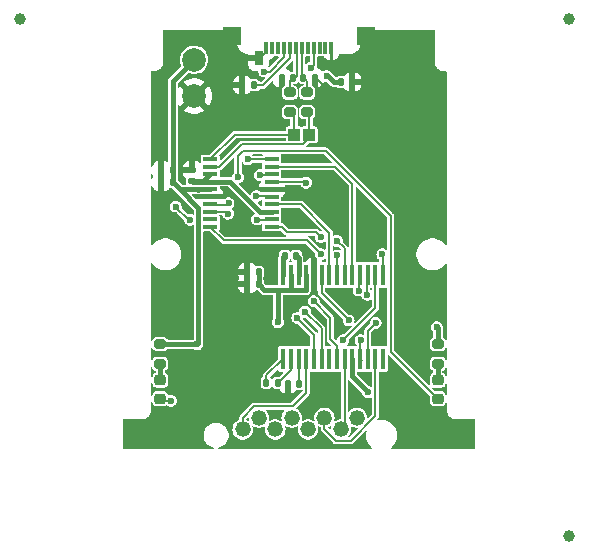
<source format=gbr>
%TF.GenerationSoftware,KiCad,Pcbnew,8.0.1*%
%TF.CreationDate,2024-04-01T09:21:35+11:00*%
%TF.ProjectId,DB9 RS232 Adapter,44423920-5253-4323-9332-204164617074,rev?*%
%TF.SameCoordinates,Original*%
%TF.FileFunction,Copper,L1,Top*%
%TF.FilePolarity,Positive*%
%FSLAX46Y46*%
G04 Gerber Fmt 4.6, Leading zero omitted, Abs format (unit mm)*
G04 Created by KiCad (PCBNEW 8.0.1) date 2024-04-01 09:21:35*
%MOMM*%
%LPD*%
G01*
G04 APERTURE LIST*
G04 Aperture macros list*
%AMRoundRect*
0 Rectangle with rounded corners*
0 $1 Rounding radius*
0 $2 $3 $4 $5 $6 $7 $8 $9 X,Y pos of 4 corners*
0 Add a 4 corners polygon primitive as box body*
4,1,4,$2,$3,$4,$5,$6,$7,$8,$9,$2,$3,0*
0 Add four circle primitives for the rounded corners*
1,1,$1+$1,$2,$3*
1,1,$1+$1,$4,$5*
1,1,$1+$1,$6,$7*
1,1,$1+$1,$8,$9*
0 Add four rect primitives between the rounded corners*
20,1,$1+$1,$2,$3,$4,$5,0*
20,1,$1+$1,$4,$5,$6,$7,0*
20,1,$1+$1,$6,$7,$8,$9,0*
20,1,$1+$1,$8,$9,$2,$3,0*%
G04 Aperture macros list end*
%TA.AperFunction,SMDPad,CuDef*%
%ADD10R,0.450000X1.800000*%
%TD*%
%TA.AperFunction,SMDPad,CuDef*%
%ADD11R,1.000000X1.000000*%
%TD*%
%TA.AperFunction,SMDPad,CuDef*%
%ADD12RoundRect,0.218750X0.256250X-0.218750X0.256250X0.218750X-0.256250X0.218750X-0.256250X-0.218750X0*%
%TD*%
%TA.AperFunction,SMDPad,CuDef*%
%ADD13RoundRect,0.140000X0.170000X-0.140000X0.170000X0.140000X-0.170000X0.140000X-0.170000X-0.140000X0*%
%TD*%
%TA.AperFunction,SMDPad,CuDef*%
%ADD14RoundRect,0.140000X0.140000X0.170000X-0.140000X0.170000X-0.140000X-0.170000X0.140000X-0.170000X0*%
%TD*%
%TA.AperFunction,SMDPad,CuDef*%
%ADD15C,1.000000*%
%TD*%
%TA.AperFunction,SMDPad,CuDef*%
%ADD16RoundRect,0.200000X-0.275000X0.200000X-0.275000X-0.200000X0.275000X-0.200000X0.275000X0.200000X0*%
%TD*%
%TA.AperFunction,SMDPad,CuDef*%
%ADD17C,2.000000*%
%TD*%
%TA.AperFunction,SMDPad,CuDef*%
%ADD18RoundRect,0.140000X-0.140000X-0.170000X0.140000X-0.170000X0.140000X0.170000X-0.140000X0.170000X0*%
%TD*%
%TA.AperFunction,SMDPad,CuDef*%
%ADD19RoundRect,0.200000X0.275000X-0.200000X0.275000X0.200000X-0.275000X0.200000X-0.275000X-0.200000X0*%
%TD*%
%TA.AperFunction,SMDPad,CuDef*%
%ADD20R,1.500000X1.500000*%
%TD*%
%TA.AperFunction,SMDPad,CuDef*%
%ADD21RoundRect,0.135000X0.135000X0.185000X-0.135000X0.185000X-0.135000X-0.185000X0.135000X-0.185000X0*%
%TD*%
%TA.AperFunction,SMDPad,CuDef*%
%ADD22R,0.300000X1.000000*%
%TD*%
%TA.AperFunction,SMDPad,CuDef*%
%ADD23R,0.700000X1.150000*%
%TD*%
%TA.AperFunction,ComponentPad*%
%ADD24C,1.320800*%
%TD*%
%TA.AperFunction,ComponentPad*%
%ADD25O,3.750000X1.490600*%
%TD*%
%TA.AperFunction,SMDPad,CuDef*%
%ADD26R,1.200000X0.400000*%
%TD*%
%TA.AperFunction,ViaPad*%
%ADD27C,0.600000*%
%TD*%
%TA.AperFunction,Conductor*%
%ADD28C,0.200000*%
%TD*%
%TA.AperFunction,Conductor*%
%ADD29C,0.400000*%
%TD*%
%TA.AperFunction,Conductor*%
%ADD30C,0.127000*%
%TD*%
G04 APERTURE END LIST*
D10*
%TO.P,IC1,1,T3OUT*%
%TO.N,DTR*%
X239755000Y-93450000D03*
%TO.P,IC1,2,T1OUT*%
%TO.N,RTS*%
X239105000Y-93450000D03*
%TO.P,IC1,3,T2OUT*%
%TO.N,TX*%
X238455000Y-93450000D03*
%TO.P,IC1,4,R2IN*%
%TO.N,CTS*%
X237805000Y-93450000D03*
%TO.P,IC1,5,R2OUT*%
%TO.N,~{CTS}*%
X237155000Y-93450000D03*
%TO.P,IC1,6,T2IN*%
%TO.N,~{DTR}*%
X236505000Y-93450000D03*
%TO.P,IC1,7,T1IN*%
%TO.N,TXD*%
X235855000Y-93450000D03*
%TO.P,IC1,8,R1OUT*%
%TO.N,RXD*%
X235205000Y-93450000D03*
%TO.P,IC1,9,R1IN*%
%TO.N,DCD*%
X234555000Y-93450000D03*
%TO.P,IC1,10,GND*%
%TO.N,Earth*%
X233905000Y-93450000D03*
%TO.P,IC1,11,VCC*%
%TO.N,VCC*%
X233255000Y-93450000D03*
%TO.P,IC1,12,C1+*%
%TO.N,Net-(IC1-C1+)*%
X232605000Y-93450000D03*
%TO.P,IC1,13,V+*%
%TO.N,VCC*%
X231955000Y-93450000D03*
%TO.P,IC1,14,C1-*%
%TO.N,Net-(IC1-C1-)*%
X231305000Y-93450000D03*
%TO.P,IC1,15,C2+*%
%TO.N,Net-(IC1-C2+)*%
X231305000Y-100550000D03*
%TO.P,IC1,16,C2-*%
%TO.N,Net-(IC1-C2-)*%
X231955000Y-100550000D03*
%TO.P,IC1,17,V-*%
%TO.N,Net-(IC1-V-)*%
X232605000Y-100550000D03*
%TO.P,IC1,18,R5IN*%
%TO.N,RI*%
X233255000Y-100550000D03*
%TO.P,IC1,19,R5OUT*%
%TO.N,~{DCD}*%
X233905000Y-100550000D03*
%TO.P,IC1,20,T3IN*%
%TO.N,~{RTS}*%
X234555000Y-100550000D03*
%TO.P,IC1,21,T4IN*%
%TO.N,unconnected-(IC1-T4IN-Pad21)*%
X235205000Y-100550000D03*
%TO.P,IC1,22,R4OUT*%
%TO.N,~{RI}*%
X235855000Y-100550000D03*
%TO.P,IC1,23,R4IN*%
%TO.N,DSR*%
X236505000Y-100550000D03*
%TO.P,IC1,24,EN*%
%TO.N,VCC*%
X237155000Y-100550000D03*
%TO.P,IC1,25,~{SHUTDOWN_(}SD)*%
%TO.N,SLEEP#*%
X237805000Y-100550000D03*
%TO.P,IC1,26,R3OUT*%
%TO.N,~{DSR}*%
X238455000Y-100550000D03*
%TO.P,IC1,27,R3IN*%
%TO.N,RX*%
X239105000Y-100550000D03*
%TO.P,IC1,28,T4OUT*%
%TO.N,unconnected-(IC1-T4OUT-Pad28)*%
X239755000Y-100550000D03*
%TD*%
D11*
%TO.P,TP3,1,1*%
%TO.N,/D+*%
X232220000Y-81590000D03*
%TD*%
D12*
%TO.P,D2,1,K*%
%TO.N,Net-(D2-K)*%
X220907500Y-103937500D03*
%TO.P,D2,2,A*%
%TO.N,Net-(D2-A)*%
X220907500Y-102362500D03*
%TD*%
D11*
%TO.P,TP2,1,1*%
%TO.N,/D-*%
X233520000Y-81590000D03*
%TD*%
D13*
%TO.P,C6,1*%
%TO.N,3V3OUT*%
X223610000Y-85520000D03*
%TO.P,C6,2*%
%TO.N,Earth*%
X223610000Y-84560000D03*
%TD*%
D14*
%TO.P,C4,1*%
%TO.N,/D+*%
X232160000Y-76750000D03*
%TO.P,C4,2*%
%TO.N,Earth*%
X231200000Y-76750000D03*
%TD*%
%TO.P,C7,1*%
%TO.N,VCC*%
X229230000Y-94260000D03*
%TO.P,C7,2*%
%TO.N,Earth*%
X228270000Y-94260000D03*
%TD*%
D15*
%TO.P,REF\u002A\u002A,*%
%TO.N,*%
X209020000Y-71770000D03*
%TD*%
%TO.P,REF\u002A\u002A,*%
%TO.N,*%
X255540000Y-115550000D03*
%TD*%
D16*
%TO.P,R3,1*%
%TO.N,VCC*%
X220900000Y-99325000D03*
%TO.P,R3,2*%
%TO.N,Net-(D2-A)*%
X220900000Y-100975000D03*
%TD*%
D17*
%TO.P,TP4,1,1*%
%TO.N,Earth*%
X223770000Y-78310000D03*
%TD*%
D16*
%TO.P,R4,1*%
%TO.N,/D-*%
X233340000Y-78005000D03*
%TO.P,R4,2*%
X233340000Y-79655000D03*
%TD*%
D18*
%TO.P,C5,1*%
%TO.N,/D-*%
X233020000Y-76750000D03*
%TO.P,C5,2*%
%TO.N,Earth*%
X233980000Y-76750000D03*
%TD*%
D14*
%TO.P,C8,1*%
%TO.N,VCC*%
X229230000Y-93210000D03*
%TO.P,C8,2*%
%TO.N,Earth*%
X228270000Y-93210000D03*
%TD*%
%TO.P,C9,1*%
%TO.N,Net-(IC1-V-)*%
X232680000Y-102670000D03*
%TO.P,C9,2*%
%TO.N,Earth*%
X231720000Y-102670000D03*
%TD*%
D19*
%TO.P,R5,1*%
%TO.N,/D+*%
X231860000Y-79655000D03*
%TO.P,R5,2*%
X231860000Y-78005000D03*
%TD*%
D14*
%TO.P,C11,1*%
%TO.N,Net-(IC1-C2-)*%
X230850000Y-102590000D03*
%TO.P,C11,2*%
%TO.N,Net-(IC1-C2+)*%
X229890000Y-102590000D03*
%TD*%
D16*
%TO.P,R2,1*%
%TO.N,VCC*%
X244400000Y-99325000D03*
%TO.P,R2,2*%
%TO.N,Net-(D1-A)*%
X244400000Y-100975000D03*
%TD*%
D20*
%TO.P,TP3,1*%
%TO.N,Earth*%
X238340000Y-73210000D03*
%TD*%
%TO.P,TP1,1*%
%TO.N,Earth*%
X226940000Y-73210000D03*
%TD*%
D21*
%TO.P,R1,1*%
%TO.N,Net-(P1-CC)*%
X228870000Y-77390000D03*
%TO.P,R1,2*%
%TO.N,Earth*%
X227850000Y-77390000D03*
%TD*%
D22*
%TO.P,P1,A1,GND*%
%TO.N,Earth*%
X229890000Y-74250000D03*
%TO.P,P1,A2*%
%TO.N,N/C*%
X230390000Y-74250000D03*
%TO.P,P1,A3*%
X230890000Y-74250000D03*
%TO.P,P1,A4,VBUS*%
%TO.N,VCC*%
X231390000Y-74250000D03*
%TO.P,P1,A5,CC*%
%TO.N,Net-(P1-CC)*%
X231890000Y-74250000D03*
%TO.P,P1,A6,D+*%
%TO.N,/D+*%
X232390000Y-74250000D03*
%TO.P,P1,A7,D-*%
%TO.N,/D-*%
X232890000Y-74250000D03*
%TO.P,P1,A8*%
%TO.N,N/C*%
X233390000Y-74250000D03*
%TO.P,P1,A9,VBUS*%
%TO.N,VCC*%
X233890000Y-74250000D03*
%TO.P,P1,A10*%
%TO.N,N/C*%
X234390000Y-74250000D03*
%TO.P,P1,A11*%
X234890000Y-74250000D03*
%TO.P,P1,A12,GND*%
%TO.N,Earth*%
X235390000Y-74250000D03*
D23*
%TO.P,P1,S1,SHIELD*%
X229220000Y-75090000D03*
%TD*%
D24*
%TO.P,J1,1,1*%
%TO.N,DCD*%
X237569999Y-105542999D03*
%TO.P,J1,2,2*%
%TO.N,RX*%
X234800000Y-105542999D03*
%TO.P,J1,3,3*%
%TO.N,TX*%
X232030000Y-105542999D03*
%TO.P,J1,4,4*%
%TO.N,DTR*%
X229260000Y-105542999D03*
%TO.P,J1,5,5*%
%TO.N,Earth*%
X226490001Y-105542999D03*
%TO.P,J1,6,6*%
%TO.N,DSR*%
X236185001Y-106543000D03*
%TO.P,J1,7,7*%
%TO.N,RTS*%
X233415001Y-106543000D03*
%TO.P,J1,8,8*%
%TO.N,CTS*%
X230645001Y-106543000D03*
%TO.P,J1,9,9*%
%TO.N,RI*%
X227875002Y-106543000D03*
D25*
%TO.P,J1,10,5*%
%TO.N,Earth*%
X245125000Y-107243000D03*
%TO.P,J1,11,5*%
X220135000Y-107243000D03*
%TD*%
D14*
%TO.P,C10,1*%
%TO.N,Net-(IC1-C1+)*%
X232420000Y-91820000D03*
%TO.P,C10,2*%
%TO.N,Net-(IC1-C1-)*%
X231460000Y-91820000D03*
%TD*%
D26*
%TO.P,U1,1,~{DTR}*%
%TO.N,~{DTR}*%
X230332500Y-89377500D03*
%TO.P,U1,2,~{RTS}*%
%TO.N,~{RTS}*%
X230332500Y-88742500D03*
%TO.P,U1,3,VCCIO*%
%TO.N,3V3OUT*%
X230332500Y-88107500D03*
%TO.P,U1,4,RXD*%
%TO.N,RXD*%
X230332500Y-87472500D03*
%TO.P,U1,5,~{RI}*%
%TO.N,~{RI}*%
X230332500Y-86837500D03*
%TO.P,U1,6,GND*%
%TO.N,Earth*%
X230332500Y-86202500D03*
%TO.P,U1,7,~{DSR}*%
%TO.N,~{DSR}*%
X230332500Y-85567500D03*
%TO.P,U1,8,~{DCD}*%
%TO.N,~{DCD}*%
X230332500Y-84932500D03*
%TO.P,U1,9,~{CTS}*%
%TO.N,~{CTS}*%
X230332500Y-84297500D03*
%TO.P,U1,10,CBUS2*%
%TO.N,Net-(D2-K)*%
X230332500Y-83662500D03*
%TO.P,U1,11,USBDP*%
%TO.N,/D+*%
X225132500Y-83662500D03*
%TO.P,U1,12,USBDM*%
%TO.N,/D-*%
X225132500Y-84297500D03*
%TO.P,U1,13,3V3OUT*%
%TO.N,3V3OUT*%
X225132500Y-84932500D03*
%TO.P,U1,14,~{RESET}*%
X225132500Y-85567500D03*
%TO.P,U1,15,VCC*%
%TO.N,VCC*%
X225132500Y-86202500D03*
%TO.P,U1,16,GND*%
%TO.N,Earth*%
X225132500Y-86837500D03*
%TO.P,U1,17,CBUS1*%
%TO.N,Net-(D1-K)*%
X225132500Y-87472500D03*
%TO.P,U1,18,CBUS0*%
%TO.N,SLEEP#*%
X225132500Y-88107500D03*
%TO.P,U1,19,CBUS3*%
%TO.N,unconnected-(U1-CBUS3-Pad19)*%
X225132500Y-88742500D03*
%TO.P,U1,20,TXD*%
%TO.N,TXD*%
X225132500Y-89377500D03*
%TD*%
D18*
%TO.P,C3,1*%
%TO.N,VCC*%
X236200000Y-77120000D03*
%TO.P,C3,2*%
%TO.N,Earth*%
X237160000Y-77120000D03*
%TD*%
D14*
%TO.P,C2,1*%
%TO.N,VCC*%
X221960000Y-84610000D03*
%TO.P,C2,2*%
%TO.N,Earth*%
X221000000Y-84610000D03*
%TD*%
%TO.P,C1,1*%
%TO.N,VCC*%
X221960000Y-85600000D03*
%TO.P,C1,2*%
%TO.N,Earth*%
X221000000Y-85600000D03*
%TD*%
D12*
%TO.P,D1,1,K*%
%TO.N,Net-(D1-K)*%
X244390000Y-103937500D03*
%TO.P,D1,2,A*%
%TO.N,Net-(D1-A)*%
X244390000Y-102362500D03*
%TD*%
D17*
%TO.P,TP1,1,1*%
%TO.N,VCC*%
X223770000Y-75240000D03*
%TD*%
D15*
%TO.P,REF\u002A\u002A,*%
%TO.N,*%
X255540000Y-71770000D03*
%TD*%
D27*
%TO.N,Earth*%
X226890000Y-79150000D03*
X241820000Y-105120000D03*
X242020000Y-107440000D03*
X223320000Y-81580000D03*
X223550000Y-107410000D03*
X220970000Y-77900000D03*
X223780000Y-78420000D03*
X223300000Y-105250000D03*
X220850000Y-87230000D03*
X229950000Y-103680000D03*
X226460000Y-75130000D03*
X221120000Y-95830000D03*
X225760000Y-100910000D03*
X237520000Y-82670000D03*
X235180000Y-103210000D03*
X236240000Y-98080000D03*
X225930000Y-94040000D03*
X227680000Y-89050000D03*
X242300000Y-77730000D03*
X234160000Y-87070000D03*
X232110000Y-107460000D03*
X229350000Y-107590000D03*
%TO.N,VCC*%
X244310000Y-97875000D03*
X233665000Y-75925000D03*
X229720000Y-76240000D03*
X235010000Y-76640000D03*
X223770000Y-75240000D03*
X230860000Y-97450000D03*
X224045000Y-99325000D03*
X238505000Y-103380000D03*
%TO.N,Net-(D1-K)*%
X227480000Y-85190000D03*
X226680000Y-87390000D03*
%TO.N,Net-(D2-K)*%
X228302500Y-83662500D03*
X221800000Y-104110000D03*
%TO.N,SLEEP#*%
X237855000Y-99000000D03*
X222210000Y-87670000D03*
X223432500Y-88790000D03*
X226640000Y-88270000D03*
%TO.N,CTS*%
X237694679Y-94779937D03*
%TO.N,~{RI}*%
X233880000Y-95670000D03*
X229040000Y-86780000D03*
%TO.N,DTR*%
X239695000Y-91715000D03*
%TO.N,~{DTR}*%
X235860000Y-90570000D03*
X234510000Y-90250000D03*
%TO.N,~{RTS}*%
X229110000Y-88770000D03*
X233140000Y-96570000D03*
%TO.N,~{DSR}*%
X239130000Y-97520000D03*
X233240000Y-85650000D03*
%TO.N,TX*%
X238411306Y-95135534D03*
%TO.N,RTS*%
X236380000Y-98990000D03*
%TO.N,~{DCD}*%
X232500000Y-97100000D03*
X229340000Y-85000000D03*
%TO.N,DCD*%
X236860000Y-97310000D03*
%TO.N,TXD*%
X235855000Y-91810000D03*
X234510735Y-91699265D03*
%TD*%
D28*
%TO.N,Earth*%
X233980000Y-76750000D02*
X234080000Y-76750000D01*
X229385788Y-75090000D02*
X229801011Y-74674777D01*
D29*
X223770000Y-78310000D02*
X223770000Y-78410000D01*
D28*
X229220000Y-75090000D02*
X229385788Y-75090000D01*
X234080000Y-76750000D02*
X235030000Y-77700000D01*
D29*
X223770000Y-78410000D02*
X223780000Y-78420000D01*
D28*
%TO.N,VCC*%
X235110000Y-76640000D02*
X235010000Y-76640000D01*
D29*
X222562500Y-86202500D02*
X221960000Y-85600000D01*
D28*
X231390000Y-75000000D02*
X231390000Y-74250000D01*
D29*
X221960000Y-77050000D02*
X221960000Y-84610000D01*
X231980000Y-94750000D02*
X233230000Y-94750000D01*
X235590000Y-77120000D02*
X235110000Y-76640000D01*
X237155000Y-102030000D02*
X238372500Y-103247500D01*
X233255000Y-94725000D02*
X233255000Y-93450000D01*
X224167500Y-86202500D02*
X224132500Y-86237500D01*
X244400000Y-97965000D02*
X244400000Y-99325000D01*
D28*
X238372500Y-103247500D02*
X238505000Y-103380000D01*
D29*
X244310000Y-97875000D02*
X244400000Y-97965000D01*
X224045000Y-99325000D02*
X220900000Y-99325000D01*
X230860000Y-94850000D02*
X230860000Y-97450000D01*
X224132500Y-99237500D02*
X224132500Y-87772500D01*
X224045000Y-99325000D02*
X224132500Y-99237500D01*
X231980000Y-94750000D02*
X229720000Y-94750000D01*
X236200000Y-77120000D02*
X235590000Y-77120000D01*
D28*
X230150000Y-76240000D02*
X231390000Y-75000000D01*
D29*
X225132500Y-86202500D02*
X224167500Y-86202500D01*
X225132500Y-86202500D02*
X222562500Y-86202500D01*
X221960000Y-85600000D02*
X221960000Y-84610000D01*
D28*
X233665000Y-75925000D02*
X233890000Y-75700000D01*
D29*
X229720000Y-94750000D02*
X229230000Y-94260000D01*
X230760000Y-94750000D02*
X230860000Y-94850000D01*
D28*
X233890000Y-75700000D02*
X233890000Y-74250000D01*
D29*
X237155000Y-100550000D02*
X237155000Y-102030000D01*
X231955000Y-94725000D02*
X231980000Y-94750000D01*
X229230000Y-93210000D02*
X229230000Y-94260000D01*
X231955000Y-93450000D02*
X231955000Y-94725000D01*
D28*
X229720000Y-76240000D02*
X230150000Y-76240000D01*
D29*
X233230000Y-94750000D02*
X233255000Y-94725000D01*
X223770000Y-75240000D02*
X221960000Y-77050000D01*
X224132500Y-87772500D02*
X222562500Y-86202500D01*
D28*
%TO.N,/D+*%
X232220000Y-81590000D02*
X232220000Y-80015000D01*
X232320000Y-76750000D02*
X232160000Y-76750000D01*
X231860000Y-78005000D02*
X231860000Y-77050000D01*
X227205000Y-81590000D02*
X232220000Y-81590000D01*
X231860000Y-77050000D02*
X232160000Y-76750000D01*
X232390000Y-74250000D02*
X232440000Y-74300000D01*
X232440000Y-74300000D02*
X232440000Y-76630000D01*
X225132500Y-83662500D02*
X227205000Y-81590000D01*
X232220000Y-80015000D02*
X231860000Y-79655000D01*
X232440000Y-76630000D02*
X232320000Y-76750000D01*
%TO.N,/D-*%
X233340000Y-77070000D02*
X233020000Y-76750000D01*
X232890000Y-74250000D02*
X232890000Y-76620000D01*
X233340000Y-78005000D02*
X233340000Y-77070000D01*
X233010000Y-82400000D02*
X227795000Y-82400000D01*
X225897500Y-84297500D02*
X225132500Y-84297500D01*
X227795000Y-82400000D02*
X225897500Y-84297500D01*
X233520000Y-81590000D02*
X233520000Y-81890000D01*
X232890000Y-76620000D02*
X233020000Y-76750000D01*
X233520000Y-81590000D02*
X233520000Y-79835000D01*
X233520000Y-81890000D02*
X233010000Y-82400000D01*
X233520000Y-79835000D02*
X233340000Y-79655000D01*
D29*
%TO.N,3V3OUT*%
X229367500Y-88107500D02*
X230332500Y-88107500D01*
X223657500Y-85567500D02*
X223610000Y-85520000D01*
X224545000Y-85520000D02*
X225132500Y-84932500D01*
X223610000Y-85520000D02*
X224545000Y-85520000D01*
X225132500Y-85567500D02*
X223657500Y-85567500D01*
X226827500Y-85567500D02*
X229367500Y-88107500D01*
X225132500Y-85567500D02*
X226827500Y-85567500D01*
D28*
%TO.N,Net-(IC1-V-)*%
X232605000Y-102595000D02*
X232680000Y-102670000D01*
X232605000Y-100550000D02*
X232605000Y-102595000D01*
D29*
%TO.N,Net-(IC1-C1+)*%
X232605000Y-92005000D02*
X232420000Y-91820000D01*
X232605000Y-93450000D02*
X232605000Y-92005000D01*
%TO.N,Net-(IC1-C1-)*%
X231305000Y-93450000D02*
X231305000Y-91975000D01*
X231305000Y-91975000D02*
X231460000Y-91820000D01*
D28*
%TO.N,Net-(IC1-C2-)*%
X231955000Y-101485000D02*
X230850000Y-102590000D01*
X231955000Y-100550000D02*
X231955000Y-101485000D01*
%TO.N,Net-(IC1-C2+)*%
X231305000Y-100550000D02*
X229890000Y-101965000D01*
X229890000Y-101965000D02*
X229890000Y-102590000D01*
D29*
%TO.N,Net-(D1-A)*%
X244390000Y-100985000D02*
X244400000Y-100975000D01*
X244390000Y-102362500D02*
X244390000Y-100985000D01*
D28*
%TO.N,Net-(D1-K)*%
X225220000Y-87560000D02*
X225132500Y-87472500D01*
X240400000Y-88454315D02*
X234895685Y-82950000D01*
X240400000Y-99947500D02*
X240400000Y-88454315D01*
X244390000Y-103937500D02*
X240400000Y-99947500D01*
X227480000Y-83411471D02*
X227480000Y-85230000D01*
X234895685Y-82950000D02*
X227941471Y-82950000D01*
X226680000Y-87390000D02*
X226510000Y-87560000D01*
X227941471Y-82950000D02*
X227480000Y-83411471D01*
X226510000Y-87560000D02*
X225220000Y-87560000D01*
X227480000Y-85230000D02*
X227480000Y-85190000D01*
X227480000Y-85190000D02*
X227490000Y-85180000D01*
D29*
%TO.N,Net-(D2-A)*%
X220907500Y-100982500D02*
X220900000Y-100975000D01*
X220907500Y-102362500D02*
X220907500Y-100982500D01*
D28*
%TO.N,Net-(D2-K)*%
X221800000Y-104110000D02*
X221080000Y-104110000D01*
X228302500Y-83662500D02*
X230332500Y-83662500D01*
X221080000Y-104110000D02*
X220907500Y-103937500D01*
D30*
%TO.N,SLEEP#*%
X226477500Y-88107500D02*
X225132500Y-88107500D01*
X237805000Y-99050000D02*
X237805000Y-100550000D01*
X223310000Y-88790000D02*
X223410000Y-88790000D01*
D28*
X222190000Y-87670000D02*
X222210000Y-87670000D01*
D30*
X226640000Y-88270000D02*
X226477500Y-88107500D01*
X237855000Y-99000000D02*
X237805000Y-99050000D01*
X237966500Y-100711500D02*
X237805000Y-100550000D01*
X223410000Y-88790000D02*
X223432500Y-88790000D01*
X222190000Y-87670000D02*
X223310000Y-88790000D01*
D28*
%TO.N,RX*%
X239105000Y-105415000D02*
X239105000Y-100550000D01*
X237016600Y-107503400D02*
X239105000Y-105415000D01*
X234800000Y-106516210D02*
X235787190Y-107503400D01*
X235787190Y-107503400D02*
X237016600Y-107503400D01*
X234800000Y-105542999D02*
X234800000Y-106516210D01*
%TO.N,CTS*%
X237694679Y-93560321D02*
X237805000Y-93450000D01*
X237694679Y-94779937D02*
X237694679Y-93560321D01*
%TO.N,~{RI}*%
X229040000Y-86780000D02*
X230275000Y-86780000D01*
X233880000Y-95670000D02*
X235280000Y-97070000D01*
X235855000Y-99450000D02*
X235855000Y-100550000D01*
X235280000Y-97070000D02*
X235280000Y-98875000D01*
X230275000Y-86780000D02*
X230332500Y-86837500D01*
X235280000Y-98875000D02*
X235855000Y-99450000D01*
%TO.N,DTR*%
X239695000Y-91715000D02*
X239755000Y-91775000D01*
X239755000Y-91775000D02*
X239755000Y-93450000D01*
%TO.N,~{DTR}*%
X234120000Y-89860000D02*
X231670000Y-89860000D01*
X236505000Y-93450000D02*
X236505000Y-91215000D01*
X234510000Y-90250000D02*
X234120000Y-89860000D01*
X230332500Y-89377500D02*
X231187500Y-89377500D01*
X236505000Y-91215000D02*
X235860000Y-90570000D01*
X231187500Y-89377500D02*
X231670000Y-89860000D01*
%TO.N,~{RTS}*%
X234555000Y-97985000D02*
X234555000Y-100550000D01*
X233140000Y-96570000D02*
X234555000Y-97985000D01*
X230305000Y-88770000D02*
X230332500Y-88742500D01*
X229110000Y-88770000D02*
X230305000Y-88770000D01*
%TO.N,~{DSR}*%
X233157500Y-85567500D02*
X233240000Y-85650000D01*
X230332500Y-85567500D02*
X233157500Y-85567500D01*
X238455000Y-98195000D02*
X239130000Y-97520000D01*
X238455000Y-100550000D02*
X238455000Y-98195000D01*
%TO.N,TX*%
X238411306Y-95135534D02*
X238380000Y-95104228D01*
X238380000Y-95104228D02*
X238380000Y-93525000D01*
X238380000Y-93525000D02*
X238455000Y-93450000D01*
%TO.N,RTS*%
X239110000Y-96260000D02*
X239110000Y-93455000D01*
X239110000Y-93455000D02*
X239105000Y-93450000D01*
X236380000Y-98990000D02*
X239110000Y-96260000D01*
%TO.N,DSR*%
X236505000Y-106223001D02*
X236505000Y-100550000D01*
X236185001Y-106543000D02*
X236505000Y-106223001D01*
%TO.N,~{DCD}*%
X229340000Y-85000000D02*
X230265000Y-85000000D01*
X230265000Y-85000000D02*
X230332500Y-84932500D01*
X233905000Y-98505000D02*
X233905000Y-100550000D01*
X232500000Y-97100000D02*
X233905000Y-98505000D01*
%TO.N,DCD*%
X234555000Y-95005000D02*
X234555000Y-93450000D01*
X236860000Y-97310000D02*
X234555000Y-95005000D01*
%TO.N,RXD*%
X235205000Y-93450000D02*
X235205000Y-89875000D01*
X232802500Y-87472500D02*
X230332500Y-87472500D01*
X235205000Y-89875000D02*
X232802500Y-87472500D01*
%TO.N,RI*%
X233255000Y-100550000D02*
X233255000Y-103435000D01*
X233255000Y-103435000D02*
X232107401Y-104582599D01*
X228862189Y-104582599D02*
X227875002Y-105569786D01*
X232107401Y-104582599D02*
X228862189Y-104582599D01*
X227875002Y-105569786D02*
X227875002Y-106543000D01*
%TO.N,~{CTS}*%
X237155000Y-85775000D02*
X235677500Y-84297500D01*
X237155000Y-93450000D02*
X237155000Y-85775000D01*
X235677500Y-84297500D02*
X230332500Y-84297500D01*
%TO.N,TXD*%
X226275000Y-90520000D02*
X225132500Y-89377500D01*
X235855000Y-93450000D02*
X235855000Y-91810000D01*
X235805000Y-91760000D02*
X235855000Y-91810000D01*
X233331470Y-90520000D02*
X226275000Y-90520000D01*
X234510735Y-91699265D02*
X233331470Y-90520000D01*
%TO.N,Net-(P1-CC)*%
X229623866Y-77390000D02*
X228870000Y-77390000D01*
X231890000Y-75123866D02*
X229623866Y-77390000D01*
X231890000Y-74250000D02*
X231890000Y-75123866D01*
%TD*%
%TA.AperFunction,Conductor*%
%TO.N,Earth*%
G36*
X225122381Y-89792352D02*
G01*
X226034540Y-90704511D01*
X226090489Y-90760460D01*
X226159011Y-90800021D01*
X226194478Y-90809524D01*
X226235436Y-90820500D01*
X226235438Y-90820500D01*
X233186703Y-90820500D01*
X233221351Y-90834852D01*
X233997885Y-91611386D01*
X234012237Y-91646034D01*
X234011738Y-91653007D01*
X234005088Y-91699263D01*
X234005088Y-91699267D01*
X234025568Y-91841719D01*
X234032756Y-91857457D01*
X234085358Y-91972638D01*
X234085359Y-91972639D01*
X234085360Y-91972641D01*
X234118032Y-92010346D01*
X234130000Y-92042434D01*
X234130000Y-92522913D01*
X234129516Y-92527836D01*
X234129736Y-92527858D01*
X234129500Y-92530253D01*
X234129500Y-94369749D01*
X234129736Y-94372145D01*
X234129512Y-94372167D01*
X234130000Y-94377088D01*
X234130000Y-94850000D01*
X234177833Y-94850000D01*
X234200261Y-94847588D01*
X234236245Y-94858153D01*
X234254219Y-94891068D01*
X234254500Y-94896307D01*
X234254500Y-95044563D01*
X234274978Y-95120987D01*
X234274979Y-95120991D01*
X234283373Y-95135529D01*
X234283376Y-95135533D01*
X234283377Y-95135534D01*
X234292018Y-95150501D01*
X234314537Y-95189507D01*
X234314542Y-95189513D01*
X236347150Y-97222121D01*
X236361502Y-97256769D01*
X236361003Y-97263742D01*
X236354353Y-97309998D01*
X236354353Y-97310002D01*
X236374833Y-97452454D01*
X236388392Y-97482143D01*
X236434623Y-97583373D01*
X236434624Y-97583374D01*
X236434625Y-97583376D01*
X236503149Y-97662457D01*
X236528872Y-97692143D01*
X236649947Y-97769953D01*
X236699126Y-97784393D01*
X236788034Y-97810499D01*
X236788037Y-97810499D01*
X236788039Y-97810500D01*
X236788040Y-97810500D01*
X236931960Y-97810500D01*
X236931961Y-97810500D01*
X236931963Y-97810499D01*
X236931965Y-97810499D01*
X237034528Y-97780384D01*
X237071816Y-97784393D01*
X237095348Y-97813594D01*
X237091339Y-97850882D01*
X237082981Y-97862047D01*
X236469880Y-98475148D01*
X236435232Y-98489500D01*
X236308034Y-98489500D01*
X236169949Y-98530046D01*
X236048871Y-98607857D01*
X235954625Y-98716623D01*
X235954624Y-98716625D01*
X235954623Y-98716626D01*
X235954623Y-98716627D01*
X235951027Y-98724501D01*
X235894834Y-98847544D01*
X235881447Y-98940653D01*
X235862311Y-98972906D01*
X235825972Y-98982180D01*
X235798298Y-98968327D01*
X235594852Y-98764881D01*
X235580500Y-98730233D01*
X235580500Y-97030436D01*
X235571843Y-96998134D01*
X235560021Y-96954011D01*
X235560020Y-96954009D01*
X235560020Y-96954008D01*
X235520459Y-96885488D01*
X234392848Y-95757877D01*
X234378496Y-95723229D01*
X234378993Y-95716270D01*
X234385647Y-95670000D01*
X234385647Y-95669997D01*
X234365166Y-95527545D01*
X234360091Y-95516433D01*
X234305377Y-95396627D01*
X234211128Y-95287857D01*
X234090053Y-95210047D01*
X234090050Y-95210046D01*
X233951965Y-95169500D01*
X233951961Y-95169500D01*
X233808039Y-95169500D01*
X233808034Y-95169500D01*
X233669949Y-95210046D01*
X233548871Y-95287857D01*
X233454625Y-95396623D01*
X233454624Y-95396625D01*
X233394833Y-95527545D01*
X233374353Y-95669997D01*
X233374353Y-95670002D01*
X233394833Y-95812454D01*
X233426935Y-95882746D01*
X233454623Y-95943373D01*
X233454624Y-95943374D01*
X233454625Y-95943376D01*
X233548871Y-96052142D01*
X233548872Y-96052143D01*
X233669947Y-96129953D01*
X233737813Y-96149880D01*
X233808034Y-96170499D01*
X233808037Y-96170499D01*
X233808039Y-96170500D01*
X233808040Y-96170500D01*
X233935233Y-96170500D01*
X233969881Y-96184852D01*
X234965148Y-97180119D01*
X234979500Y-97214767D01*
X234979500Y-98914563D01*
X234999979Y-98990989D01*
X234999979Y-98990991D01*
X235022249Y-99029562D01*
X235039540Y-99059511D01*
X235345881Y-99365852D01*
X235360233Y-99400500D01*
X235345881Y-99435148D01*
X235311233Y-99449500D01*
X234960252Y-99449500D01*
X234941151Y-99453299D01*
X234914058Y-99458688D01*
X234877276Y-99451370D01*
X234856441Y-99420187D01*
X234855500Y-99410629D01*
X234855500Y-97945436D01*
X234843899Y-97902143D01*
X234835021Y-97869011D01*
X234835020Y-97869009D01*
X234835020Y-97869008D01*
X234795459Y-97800488D01*
X233652848Y-96657877D01*
X233638496Y-96623229D01*
X233638993Y-96616270D01*
X233645647Y-96570000D01*
X233625165Y-96427543D01*
X233565377Y-96296627D01*
X233471128Y-96187857D01*
X233350053Y-96110047D01*
X233350050Y-96110046D01*
X233211965Y-96069500D01*
X233211961Y-96069500D01*
X233068039Y-96069500D01*
X233068034Y-96069500D01*
X232929949Y-96110046D01*
X232808871Y-96187857D01*
X232714625Y-96296623D01*
X232714624Y-96296625D01*
X232654835Y-96427543D01*
X232654833Y-96427544D01*
X232635803Y-96559908D01*
X232616667Y-96592162D01*
X232580329Y-96601436D01*
X232573501Y-96599951D01*
X232571968Y-96599501D01*
X232571961Y-96599500D01*
X232428039Y-96599500D01*
X232428034Y-96599500D01*
X232289949Y-96640046D01*
X232289947Y-96640046D01*
X232289947Y-96640047D01*
X232262203Y-96657877D01*
X232168871Y-96717857D01*
X232074625Y-96826623D01*
X232074624Y-96826625D01*
X232014833Y-96957545D01*
X231994353Y-97099997D01*
X231994353Y-97100002D01*
X232014833Y-97242454D01*
X232044226Y-97306814D01*
X232074623Y-97373373D01*
X232074624Y-97373374D01*
X232074625Y-97373376D01*
X232143149Y-97452457D01*
X232168872Y-97482143D01*
X232289947Y-97559953D01*
X232366785Y-97582514D01*
X232428034Y-97600499D01*
X232428037Y-97600499D01*
X232428039Y-97600500D01*
X232428040Y-97600500D01*
X232555233Y-97600500D01*
X232589881Y-97614852D01*
X233590148Y-98615119D01*
X233604500Y-98649767D01*
X233604500Y-99410629D01*
X233590148Y-99445277D01*
X233555500Y-99459629D01*
X233545942Y-99458688D01*
X233518848Y-99453299D01*
X233499748Y-99449500D01*
X233010252Y-99449500D01*
X232986146Y-99454295D01*
X232951766Y-99461133D01*
X232948748Y-99462384D01*
X232911252Y-99462384D01*
X232908233Y-99461133D01*
X232884837Y-99456479D01*
X232849748Y-99449500D01*
X232360252Y-99449500D01*
X232336146Y-99454295D01*
X232301766Y-99461133D01*
X232298748Y-99462384D01*
X232261252Y-99462384D01*
X232258233Y-99461133D01*
X232234837Y-99456479D01*
X232199748Y-99449500D01*
X231710252Y-99449500D01*
X231686146Y-99454295D01*
X231651766Y-99461133D01*
X231648748Y-99462384D01*
X231611252Y-99462384D01*
X231608233Y-99461133D01*
X231584837Y-99456479D01*
X231549748Y-99449500D01*
X231060252Y-99449500D01*
X231005499Y-99460391D01*
X231001769Y-99461133D01*
X230935447Y-99505447D01*
X230901323Y-99556519D01*
X230891133Y-99571769D01*
X230879500Y-99630252D01*
X230879500Y-99630255D01*
X230879500Y-100530233D01*
X230865148Y-100564881D01*
X229649541Y-101780488D01*
X229649540Y-101780488D01*
X229609979Y-101849008D01*
X229609979Y-101849010D01*
X229589500Y-101925436D01*
X229589500Y-102087925D01*
X229575148Y-102122573D01*
X229561211Y-102132333D01*
X229551682Y-102136776D01*
X229466777Y-102221681D01*
X229466776Y-102221683D01*
X229416029Y-102330510D01*
X229416028Y-102330511D01*
X229416028Y-102330513D01*
X229410000Y-102376305D01*
X229409500Y-102380102D01*
X229409500Y-102799896D01*
X229409501Y-102799901D01*
X229416027Y-102849487D01*
X229466776Y-102958316D01*
X229466777Y-102958318D01*
X229551681Y-103043222D01*
X229551683Y-103043223D01*
X229551684Y-103043224D01*
X229660513Y-103093972D01*
X229710099Y-103100500D01*
X230069900Y-103100499D01*
X230119487Y-103093972D01*
X230228316Y-103043224D01*
X230313224Y-102958316D01*
X230325591Y-102931795D01*
X230353241Y-102906458D01*
X230390708Y-102908094D01*
X230414409Y-102931795D01*
X230426776Y-102958316D01*
X230426777Y-102958318D01*
X230511681Y-103043222D01*
X230511683Y-103043223D01*
X230511684Y-103043224D01*
X230620513Y-103093972D01*
X230670099Y-103100500D01*
X230962564Y-103100499D01*
X230997212Y-103114851D01*
X231004740Y-103124556D01*
X231070277Y-103235373D01*
X231070281Y-103235378D01*
X231184621Y-103349718D01*
X231184626Y-103349722D01*
X231323802Y-103432031D01*
X231469999Y-103474505D01*
X231470000Y-103474504D01*
X231470000Y-102469000D01*
X231484352Y-102434352D01*
X231519000Y-102420000D01*
X231921000Y-102420000D01*
X231955648Y-102434352D01*
X231970000Y-102469000D01*
X231970000Y-103474505D01*
X232116197Y-103432031D01*
X232255373Y-103349722D01*
X232255378Y-103349718D01*
X232369718Y-103235378D01*
X232393207Y-103195659D01*
X232423197Y-103173141D01*
X232446790Y-103173520D01*
X232446796Y-103173482D01*
X232447133Y-103173526D01*
X232449095Y-103173558D01*
X232450507Y-103173969D01*
X232450513Y-103173972D01*
X232500099Y-103180500D01*
X232859900Y-103180499D01*
X232899106Y-103175338D01*
X232935330Y-103185045D01*
X232954081Y-103217524D01*
X232954500Y-103223919D01*
X232954500Y-103290233D01*
X232940148Y-103324881D01*
X231997282Y-104267747D01*
X231962634Y-104282099D01*
X228822625Y-104282099D01*
X228746199Y-104302578D01*
X228746197Y-104302578D01*
X228677677Y-104342139D01*
X228677677Y-104342140D01*
X227634543Y-105385274D01*
X227634542Y-105385274D01*
X227594981Y-105453794D01*
X227594981Y-105453796D01*
X227574502Y-105530222D01*
X227574502Y-105702597D01*
X227560150Y-105737245D01*
X227545433Y-105747361D01*
X227506950Y-105764494D01*
X227442181Y-105793332D01*
X227442180Y-105793333D01*
X227295768Y-105899707D01*
X227174686Y-106034184D01*
X227174680Y-106034192D01*
X227084201Y-106190908D01*
X227084199Y-106190911D01*
X227028276Y-106363022D01*
X227026134Y-106383400D01*
X227009360Y-106543000D01*
X227028276Y-106722977D01*
X227084199Y-106895088D01*
X227174683Y-107051812D01*
X227174686Y-107051815D01*
X227295768Y-107186292D01*
X227295772Y-107186295D01*
X227295774Y-107186297D01*
X227442181Y-107292668D01*
X227607504Y-107366274D01*
X227784518Y-107403900D01*
X227965486Y-107403900D01*
X228142500Y-107366274D01*
X228307823Y-107292668D01*
X228454230Y-107186297D01*
X228575321Y-107051812D01*
X228665805Y-106895088D01*
X228721728Y-106722977D01*
X228740644Y-106543000D01*
X228721728Y-106363023D01*
X228705818Y-106314058D01*
X228708760Y-106276673D01*
X228737278Y-106252316D01*
X228774665Y-106255258D01*
X228781210Y-106259269D01*
X228827179Y-106292667D01*
X228992502Y-106366273D01*
X229169516Y-106403899D01*
X229350484Y-106403899D01*
X229527498Y-106366273D01*
X229692821Y-106292667D01*
X229738783Y-106259273D01*
X229775247Y-106250518D01*
X229807224Y-106270113D01*
X229815980Y-106306579D01*
X229814185Y-106314056D01*
X229798275Y-106363020D01*
X229796133Y-106383400D01*
X229779359Y-106543000D01*
X229798275Y-106722977D01*
X229854198Y-106895088D01*
X229944682Y-107051812D01*
X229944685Y-107051815D01*
X230065767Y-107186292D01*
X230065771Y-107186295D01*
X230065773Y-107186297D01*
X230212180Y-107292668D01*
X230377503Y-107366274D01*
X230554517Y-107403900D01*
X230735485Y-107403900D01*
X230912499Y-107366274D01*
X231077822Y-107292668D01*
X231224229Y-107186297D01*
X231345320Y-107051812D01*
X231435804Y-106895088D01*
X231491727Y-106722977D01*
X231510643Y-106543000D01*
X231491727Y-106363023D01*
X231475817Y-106314057D01*
X231478760Y-106276672D01*
X231507277Y-106252315D01*
X231544664Y-106255258D01*
X231551207Y-106259266D01*
X231597179Y-106292667D01*
X231762502Y-106366273D01*
X231939516Y-106403899D01*
X232120484Y-106403899D01*
X232297498Y-106366273D01*
X232462821Y-106292667D01*
X232508783Y-106259273D01*
X232545247Y-106250518D01*
X232577224Y-106270113D01*
X232585980Y-106306579D01*
X232584185Y-106314056D01*
X232568275Y-106363020D01*
X232566133Y-106383400D01*
X232549359Y-106543000D01*
X232568275Y-106722977D01*
X232624198Y-106895088D01*
X232714682Y-107051812D01*
X232714685Y-107051815D01*
X232835767Y-107186292D01*
X232835771Y-107186295D01*
X232835773Y-107186297D01*
X232982180Y-107292668D01*
X233147503Y-107366274D01*
X233324517Y-107403900D01*
X233505485Y-107403900D01*
X233682499Y-107366274D01*
X233847822Y-107292668D01*
X233994229Y-107186297D01*
X234115320Y-107051812D01*
X234205804Y-106895088D01*
X234261727Y-106722977D01*
X234280643Y-106543000D01*
X234261727Y-106363023D01*
X234245817Y-106314057D01*
X234248760Y-106276672D01*
X234277277Y-106252315D01*
X234314664Y-106255258D01*
X234321207Y-106259266D01*
X234367179Y-106292667D01*
X234470430Y-106338636D01*
X234496245Y-106365840D01*
X234499500Y-106383400D01*
X234499500Y-106555772D01*
X234519979Y-106632199D01*
X234535446Y-106658988D01*
X234535447Y-106658989D01*
X234559537Y-106700717D01*
X234559539Y-106700719D01*
X234559540Y-106700721D01*
X235546730Y-107687911D01*
X235602679Y-107743860D01*
X235671201Y-107783421D01*
X235706668Y-107792924D01*
X235747626Y-107803900D01*
X235747628Y-107803900D01*
X237056164Y-107803900D01*
X237082830Y-107796754D01*
X237132589Y-107783421D01*
X237201111Y-107743860D01*
X237257060Y-107687911D01*
X238285416Y-106659553D01*
X238320063Y-106645202D01*
X238354711Y-106659554D01*
X238369063Y-106694202D01*
X238366665Y-106709342D01*
X238357518Y-106737496D01*
X238357515Y-106737507D01*
X238325392Y-106940326D01*
X238325392Y-107145673D01*
X238357515Y-107348492D01*
X238357516Y-107348495D01*
X238420972Y-107543793D01*
X238514198Y-107726759D01*
X238610316Y-107859054D01*
X238634900Y-107892891D01*
X238634904Y-107892896D01*
X238780095Y-108038087D01*
X238780098Y-108038089D01*
X238780102Y-108038093D01*
X238839008Y-108080891D01*
X238858603Y-108112867D01*
X238849848Y-108149334D01*
X238817871Y-108168929D01*
X238810206Y-108169532D01*
X225849236Y-108169532D01*
X225814588Y-108155180D01*
X225800236Y-108120532D01*
X225814588Y-108085884D01*
X225839677Y-108072474D01*
X225892340Y-108061998D01*
X225936441Y-108053226D01*
X226127638Y-107974029D01*
X226299710Y-107859054D01*
X226446046Y-107712718D01*
X226561021Y-107540646D01*
X226640218Y-107349449D01*
X226680592Y-107146475D01*
X226680592Y-106939525D01*
X226640218Y-106736551D01*
X226561021Y-106545354D01*
X226446046Y-106373282D01*
X226299710Y-106226946D01*
X226127638Y-106111971D01*
X226127635Y-106111969D01*
X226127634Y-106111969D01*
X225936444Y-106032775D01*
X225936442Y-106032774D01*
X225936441Y-106032774D01*
X225936438Y-106032773D01*
X225936429Y-106032771D01*
X225733472Y-105992400D01*
X225733467Y-105992400D01*
X225526517Y-105992400D01*
X225526511Y-105992400D01*
X225323554Y-106032771D01*
X225323539Y-106032775D01*
X225132349Y-106111969D01*
X224960274Y-106226945D01*
X224813937Y-106373282D01*
X224698961Y-106545357D01*
X224619767Y-106736547D01*
X224619763Y-106736562D01*
X224579392Y-106939519D01*
X224579392Y-107146480D01*
X224619763Y-107349437D01*
X224619767Y-107349452D01*
X224642320Y-107403900D01*
X224698963Y-107540646D01*
X224813938Y-107712718D01*
X224960274Y-107859054D01*
X225132346Y-107974029D01*
X225323543Y-108053226D01*
X225351532Y-108058793D01*
X225420307Y-108072474D01*
X225451490Y-108093309D01*
X225458806Y-108130091D01*
X225437971Y-108161274D01*
X225410748Y-108169532D01*
X217794500Y-108169532D01*
X217759852Y-108155180D01*
X217745500Y-108120532D01*
X217745500Y-105719500D01*
X217759852Y-105684852D01*
X217794500Y-105670500D01*
X219418842Y-105670500D01*
X219573497Y-105639737D01*
X219719179Y-105579394D01*
X219850289Y-105491789D01*
X219961789Y-105380289D01*
X220049394Y-105249179D01*
X220109737Y-105103497D01*
X220140500Y-104948842D01*
X220140500Y-104870000D01*
X220140500Y-104804108D01*
X220140500Y-104234141D01*
X220154852Y-104199493D01*
X220189500Y-104185141D01*
X220224148Y-104199493D01*
X220237896Y-104226474D01*
X220247549Y-104287420D01*
X220247549Y-104287421D01*
X220247550Y-104287422D01*
X220307838Y-104405746D01*
X220307842Y-104405751D01*
X220401748Y-104499657D01*
X220401753Y-104499661D01*
X220481160Y-104540120D01*
X220520080Y-104559951D01*
X220618254Y-104575500D01*
X220618255Y-104575500D01*
X221196745Y-104575500D01*
X221196746Y-104575500D01*
X221294920Y-104559951D01*
X221413251Y-104499658D01*
X221413257Y-104499651D01*
X221416374Y-104497389D01*
X221417440Y-104498857D01*
X221446292Y-104486892D01*
X221472804Y-104494670D01*
X221589947Y-104569953D01*
X221666785Y-104592514D01*
X221728034Y-104610499D01*
X221728037Y-104610499D01*
X221728039Y-104610500D01*
X221728040Y-104610500D01*
X221871960Y-104610500D01*
X221871961Y-104610500D01*
X221871963Y-104610499D01*
X221871965Y-104610499D01*
X221894795Y-104603795D01*
X222010053Y-104569953D01*
X222131128Y-104492143D01*
X222225377Y-104383373D01*
X222285165Y-104252457D01*
X222285165Y-104252455D01*
X222285166Y-104252454D01*
X222305647Y-104110002D01*
X222305647Y-104109997D01*
X222285166Y-103967545D01*
X222245413Y-103880500D01*
X222225377Y-103836627D01*
X222220487Y-103830984D01*
X222131128Y-103727857D01*
X222091961Y-103702686D01*
X222010053Y-103650047D01*
X222010050Y-103650046D01*
X221871965Y-103609500D01*
X221871961Y-103609500D01*
X221728039Y-103609500D01*
X221728034Y-103609500D01*
X221631387Y-103637879D01*
X221594099Y-103633870D01*
X221570567Y-103604669D01*
X221569185Y-103598528D01*
X221567451Y-103587580D01*
X221507162Y-103469255D01*
X221507157Y-103469248D01*
X221413251Y-103375342D01*
X221413246Y-103375338D01*
X221294922Y-103315050D01*
X221294921Y-103315049D01*
X221294920Y-103315049D01*
X221196746Y-103299500D01*
X220618254Y-103299500D01*
X220520080Y-103315049D01*
X220520078Y-103315049D01*
X220520077Y-103315050D01*
X220401753Y-103375338D01*
X220401748Y-103375342D01*
X220307842Y-103469248D01*
X220307838Y-103469253D01*
X220247550Y-103587576D01*
X220247549Y-103587578D01*
X220247549Y-103587580D01*
X220240218Y-103633870D01*
X220237897Y-103648524D01*
X220218301Y-103680500D01*
X220181834Y-103689255D01*
X220149858Y-103669659D01*
X220140500Y-103640858D01*
X220140500Y-102659141D01*
X220154852Y-102624493D01*
X220189500Y-102610141D01*
X220224148Y-102624493D01*
X220237896Y-102651474D01*
X220247549Y-102712420D01*
X220247549Y-102712421D01*
X220247550Y-102712422D01*
X220307838Y-102830746D01*
X220307842Y-102830751D01*
X220401748Y-102924657D01*
X220401753Y-102924661D01*
X220467806Y-102958316D01*
X220520080Y-102984951D01*
X220618254Y-103000500D01*
X220618255Y-103000500D01*
X221196745Y-103000500D01*
X221196746Y-103000500D01*
X221294920Y-102984951D01*
X221403774Y-102929487D01*
X221413246Y-102924661D01*
X221413247Y-102924659D01*
X221413251Y-102924658D01*
X221507158Y-102830751D01*
X221522878Y-102799900D01*
X221543251Y-102759914D01*
X221567451Y-102712420D01*
X221583000Y-102614246D01*
X221583000Y-102110754D01*
X221567451Y-102012580D01*
X221523049Y-101925436D01*
X221507161Y-101894253D01*
X221507157Y-101894248D01*
X221413254Y-101800345D01*
X221413251Y-101800342D01*
X221413249Y-101800341D01*
X221413248Y-101800340D01*
X221334754Y-101760345D01*
X221310398Y-101731827D01*
X221308000Y-101716686D01*
X221308000Y-101586750D01*
X221322352Y-101552102D01*
X221334746Y-101543095D01*
X221413342Y-101503050D01*
X221503050Y-101413342D01*
X221503054Y-101413335D01*
X221560644Y-101300309D01*
X221560644Y-101300307D01*
X221560646Y-101300304D01*
X221575500Y-101206519D01*
X221575499Y-100743482D01*
X221560646Y-100649696D01*
X221553160Y-100635004D01*
X221503054Y-100536664D01*
X221503049Y-100536657D01*
X221413342Y-100446950D01*
X221413335Y-100446945D01*
X221300308Y-100389355D01*
X221300305Y-100389354D01*
X221300304Y-100389354D01*
X221206519Y-100374500D01*
X221206517Y-100374500D01*
X220593482Y-100374500D01*
X220499696Y-100389353D01*
X220386664Y-100446945D01*
X220386657Y-100446950D01*
X220296950Y-100536657D01*
X220296945Y-100536664D01*
X220239355Y-100649690D01*
X220239355Y-100649692D01*
X220239354Y-100649694D01*
X220239354Y-100649696D01*
X220237895Y-100658901D01*
X220218301Y-100690876D01*
X220181834Y-100699631D01*
X220149858Y-100680035D01*
X220140500Y-100651234D01*
X220140500Y-99648770D01*
X220154852Y-99614122D01*
X220189500Y-99599770D01*
X220224148Y-99614122D01*
X220237897Y-99641106D01*
X220239353Y-99650303D01*
X220296945Y-99763335D01*
X220296950Y-99763342D01*
X220386657Y-99853049D01*
X220386664Y-99853054D01*
X220499691Y-99910644D01*
X220499692Y-99910644D01*
X220499696Y-99910646D01*
X220593481Y-99925500D01*
X221206518Y-99925499D01*
X221300304Y-99910646D01*
X221361387Y-99879522D01*
X221413335Y-99853054D01*
X221413337Y-99853052D01*
X221413342Y-99853050D01*
X221503050Y-99763342D01*
X221508700Y-99752252D01*
X221537219Y-99727898D01*
X221552359Y-99725500D01*
X223728049Y-99725500D01*
X223754540Y-99733279D01*
X223834947Y-99784953D01*
X223895501Y-99802733D01*
X223973034Y-99825499D01*
X223973037Y-99825499D01*
X223973039Y-99825500D01*
X223973040Y-99825500D01*
X224116960Y-99825500D01*
X224116961Y-99825500D01*
X224116963Y-99825499D01*
X224116965Y-99825499D01*
X224139795Y-99818795D01*
X224255053Y-99784953D01*
X224376128Y-99707143D01*
X224470377Y-99598373D01*
X224530165Y-99467457D01*
X224530165Y-99467455D01*
X224530166Y-99467454D01*
X224537590Y-99415811D01*
X224550647Y-99325000D01*
X224533500Y-99205738D01*
X224533001Y-99198765D01*
X224533001Y-99181777D01*
X224533000Y-99181759D01*
X224533000Y-94510000D01*
X227491210Y-94510000D01*
X227492854Y-94530913D01*
X227537969Y-94686198D01*
X227620277Y-94825373D01*
X227620281Y-94825378D01*
X227734621Y-94939718D01*
X227734626Y-94939722D01*
X227873802Y-95022031D01*
X228019999Y-95064505D01*
X228520000Y-95064505D01*
X228666197Y-95022031D01*
X228805373Y-94939722D01*
X228805378Y-94939718D01*
X228919718Y-94825378D01*
X228943207Y-94785659D01*
X228973197Y-94763141D01*
X228996790Y-94763520D01*
X228996796Y-94763482D01*
X228997133Y-94763526D01*
X228999095Y-94763558D01*
X229000507Y-94763969D01*
X229000513Y-94763972D01*
X229050099Y-94770500D01*
X229153811Y-94770499D01*
X229188457Y-94784849D01*
X229188459Y-94784851D01*
X229397804Y-94994196D01*
X229397809Y-94994202D01*
X229399520Y-94995913D01*
X229474087Y-95070480D01*
X229518137Y-95095912D01*
X229565410Y-95123206D01*
X229565412Y-95123206D01*
X229565413Y-95123207D01*
X229599366Y-95132305D01*
X229667271Y-95150501D01*
X229667273Y-95150501D01*
X229775724Y-95150501D01*
X229775740Y-95150500D01*
X230410500Y-95150500D01*
X230445148Y-95164852D01*
X230459500Y-95199500D01*
X230459500Y-97129641D01*
X230447532Y-97161728D01*
X230434626Y-97176622D01*
X230434623Y-97176626D01*
X230374833Y-97307545D01*
X230354353Y-97449997D01*
X230354353Y-97450002D01*
X230374833Y-97592454D01*
X230406802Y-97662454D01*
X230434623Y-97723373D01*
X230434624Y-97723374D01*
X230434625Y-97723376D01*
X230510118Y-97810500D01*
X230528872Y-97832143D01*
X230649947Y-97909953D01*
X230709803Y-97927528D01*
X230788034Y-97950499D01*
X230788037Y-97950499D01*
X230788039Y-97950500D01*
X230788040Y-97950500D01*
X230931960Y-97950500D01*
X230931961Y-97950500D01*
X230931963Y-97950499D01*
X230931965Y-97950499D01*
X230970871Y-97939075D01*
X231070053Y-97909953D01*
X231191128Y-97832143D01*
X231285377Y-97723373D01*
X231345165Y-97592457D01*
X231345165Y-97592455D01*
X231345166Y-97592454D01*
X231365647Y-97450002D01*
X231365647Y-97449997D01*
X231345166Y-97307545D01*
X231336944Y-97289542D01*
X231285377Y-97176627D01*
X231285373Y-97176622D01*
X231272468Y-97161728D01*
X231260500Y-97129641D01*
X231260500Y-95199500D01*
X231274852Y-95164852D01*
X231309500Y-95150500D01*
X233282730Y-95150500D01*
X233282730Y-95150499D01*
X233384588Y-95123207D01*
X233475913Y-95070480D01*
X233575480Y-94970913D01*
X233605038Y-94919717D01*
X233619377Y-94894881D01*
X233629813Y-94876806D01*
X233630804Y-94877378D01*
X233654449Y-94853731D01*
X233673203Y-94850000D01*
X233680000Y-94850000D01*
X233680000Y-94377088D01*
X233680487Y-94372167D01*
X233680264Y-94372145D01*
X233680500Y-94369749D01*
X233680500Y-92530253D01*
X233680264Y-92527858D01*
X233680483Y-92527836D01*
X233680000Y-92522913D01*
X233680000Y-92050000D01*
X233632166Y-92050000D01*
X233572627Y-92056401D01*
X233572626Y-92056401D01*
X233437908Y-92106648D01*
X233322811Y-92192811D01*
X233236647Y-92307909D01*
X233233025Y-92317623D01*
X233207470Y-92345072D01*
X233187114Y-92349500D01*
X233054500Y-92349500D01*
X233019852Y-92335148D01*
X233005500Y-92300500D01*
X233005500Y-92061683D01*
X233005501Y-92061670D01*
X233005501Y-91952272D01*
X232980094Y-91857457D01*
X232978207Y-91850413D01*
X232963286Y-91824569D01*
X232925480Y-91759087D01*
X232914851Y-91748458D01*
X232900499Y-91713810D01*
X232900499Y-91610103D01*
X232900499Y-91610102D01*
X232900499Y-91610100D01*
X232893972Y-91560513D01*
X232893971Y-91560511D01*
X232867405Y-91503541D01*
X232843224Y-91451684D01*
X232843223Y-91451683D01*
X232843222Y-91451681D01*
X232758318Y-91366777D01*
X232758316Y-91366776D01*
X232722441Y-91350047D01*
X232649488Y-91316028D01*
X232639569Y-91314722D01*
X232599901Y-91309500D01*
X232599897Y-91309500D01*
X232240103Y-91309500D01*
X232240098Y-91309501D01*
X232190512Y-91316027D01*
X232081683Y-91366776D01*
X232081681Y-91366777D01*
X231996777Y-91451681D01*
X231984409Y-91478205D01*
X231956758Y-91503541D01*
X231919291Y-91501905D01*
X231895591Y-91478205D01*
X231895490Y-91477989D01*
X231883224Y-91451684D01*
X231883222Y-91451682D01*
X231883222Y-91451681D01*
X231798318Y-91366777D01*
X231798316Y-91366776D01*
X231762441Y-91350047D01*
X231689488Y-91316028D01*
X231679569Y-91314722D01*
X231639901Y-91309500D01*
X231639897Y-91309500D01*
X231280103Y-91309500D01*
X231280098Y-91309501D01*
X231230512Y-91316027D01*
X231121683Y-91366776D01*
X231121681Y-91366777D01*
X231036777Y-91451681D01*
X231036776Y-91451683D01*
X230986029Y-91560510D01*
X230986028Y-91560511D01*
X230986028Y-91560512D01*
X230986028Y-91560513D01*
X230979501Y-91610098D01*
X230979500Y-91610102D01*
X230979500Y-91724651D01*
X230972935Y-91749151D01*
X230931793Y-91820409D01*
X230931792Y-91820412D01*
X230921867Y-91857457D01*
X230904500Y-91922270D01*
X230904500Y-92436900D01*
X230896242Y-92464122D01*
X230891133Y-92471767D01*
X230886479Y-92495162D01*
X230879500Y-92530252D01*
X230879500Y-92530253D01*
X230879500Y-92530255D01*
X230879500Y-94300500D01*
X230865148Y-94335148D01*
X230830500Y-94349500D01*
X229906188Y-94349500D01*
X229871540Y-94335148D01*
X229724851Y-94188458D01*
X229710499Y-94153810D01*
X229710499Y-94050103D01*
X229710499Y-94050100D01*
X229703972Y-94000513D01*
X229698643Y-93989086D01*
X229680307Y-93949764D01*
X229653224Y-93891684D01*
X229653223Y-93891683D01*
X229653222Y-93891681D01*
X229644852Y-93883311D01*
X229630500Y-93848663D01*
X229630500Y-93621336D01*
X229644852Y-93586688D01*
X229653224Y-93578316D01*
X229703972Y-93469487D01*
X229710500Y-93419901D01*
X229710499Y-93000100D01*
X229703972Y-92950513D01*
X229698643Y-92939086D01*
X229680307Y-92899764D01*
X229653224Y-92841684D01*
X229653223Y-92841683D01*
X229653222Y-92841681D01*
X229568318Y-92756777D01*
X229568316Y-92756776D01*
X229459489Y-92706029D01*
X229459488Y-92706028D01*
X229449569Y-92704722D01*
X229409901Y-92699500D01*
X229409897Y-92699500D01*
X229050103Y-92699500D01*
X229050098Y-92699501D01*
X229000508Y-92706028D01*
X228999088Y-92706442D01*
X228998148Y-92706338D01*
X228996795Y-92706517D01*
X228996751Y-92706185D01*
X228961808Y-92702352D01*
X228943209Y-92684340D01*
X228919722Y-92644626D01*
X228919718Y-92644621D01*
X228805378Y-92530281D01*
X228805373Y-92530277D01*
X228666198Y-92447969D01*
X228520000Y-92405493D01*
X228520000Y-95064505D01*
X228019999Y-95064505D01*
X228020000Y-95064504D01*
X228020000Y-94510000D01*
X227491210Y-94510000D01*
X224533000Y-94510000D01*
X224533000Y-94009999D01*
X227491208Y-94009999D01*
X227491209Y-94010000D01*
X228020000Y-94010000D01*
X228020000Y-93460000D01*
X227491210Y-93460000D01*
X227492854Y-93480913D01*
X227537968Y-93636196D01*
X227581649Y-93710057D01*
X227586934Y-93747186D01*
X227581649Y-93759943D01*
X227537968Y-93833803D01*
X227492854Y-93989085D01*
X227492854Y-93989086D01*
X227491208Y-94009999D01*
X224533000Y-94009999D01*
X224533000Y-92959999D01*
X227491208Y-92959999D01*
X227491209Y-92960000D01*
X228020000Y-92960000D01*
X228020000Y-92405494D01*
X228019999Y-92405493D01*
X227873801Y-92447969D01*
X227734626Y-92530277D01*
X227734621Y-92530281D01*
X227620281Y-92644621D01*
X227620277Y-92644626D01*
X227537969Y-92783801D01*
X227492854Y-92939085D01*
X227492854Y-92939086D01*
X227491208Y-92959999D01*
X224533000Y-92959999D01*
X224533000Y-89827000D01*
X224547352Y-89792352D01*
X224582000Y-89778000D01*
X225087733Y-89778000D01*
X225122381Y-89792352D01*
G37*
%TD.AperFunction*%
%TA.AperFunction,Conductor*%
G36*
X240264148Y-100236619D02*
G01*
X243700148Y-103672619D01*
X243714500Y-103707267D01*
X243714500Y-104189246D01*
X243730049Y-104287420D01*
X243730049Y-104287421D01*
X243730050Y-104287422D01*
X243790338Y-104405746D01*
X243790342Y-104405751D01*
X243884248Y-104499657D01*
X243884253Y-104499661D01*
X243963660Y-104540120D01*
X244002580Y-104559951D01*
X244100754Y-104575500D01*
X244100755Y-104575500D01*
X244679245Y-104575500D01*
X244679246Y-104575500D01*
X244777420Y-104559951D01*
X244858402Y-104518688D01*
X244895746Y-104499661D01*
X244895747Y-104499659D01*
X244895751Y-104499658D01*
X244989658Y-104405751D01*
X245001060Y-104383374D01*
X245046841Y-104293525D01*
X245075358Y-104269168D01*
X245112745Y-104272111D01*
X245137102Y-104300628D01*
X245139500Y-104315770D01*
X245139500Y-104948847D01*
X245170260Y-105103487D01*
X245170263Y-105103498D01*
X245225355Y-105236503D01*
X245230606Y-105249179D01*
X245284159Y-105329326D01*
X245314969Y-105375438D01*
X245318211Y-105380289D01*
X245429711Y-105491789D01*
X245560821Y-105579394D01*
X245706503Y-105639737D01*
X245706509Y-105639738D01*
X245706512Y-105639739D01*
X245861152Y-105670499D01*
X245861158Y-105670500D01*
X245874108Y-105670500D01*
X247485500Y-105670500D01*
X247520148Y-105684852D01*
X247534500Y-105719500D01*
X247534500Y-108120532D01*
X247520148Y-108155180D01*
X247485500Y-108169532D01*
X240449778Y-108169532D01*
X240415130Y-108155180D01*
X240400778Y-108120532D01*
X240415130Y-108085884D01*
X240420971Y-108080894D01*
X240479882Y-108038093D01*
X240543946Y-107974029D01*
X240625080Y-107892896D01*
X240625081Y-107892893D01*
X240625085Y-107892890D01*
X240745786Y-107726759D01*
X240839012Y-107543793D01*
X240902468Y-107348495D01*
X240934592Y-107145674D01*
X240934592Y-106940326D01*
X240902468Y-106737505D01*
X240839012Y-106542207D01*
X240745786Y-106359241D01*
X240625085Y-106193110D01*
X240625083Y-106193108D01*
X240625080Y-106193104D01*
X240479888Y-106047912D01*
X240479883Y-106047908D01*
X240479882Y-106047907D01*
X240313751Y-105927206D01*
X240130785Y-105833980D01*
X240130784Y-105833979D01*
X240130783Y-105833979D01*
X239935487Y-105770524D01*
X239935484Y-105770523D01*
X239779682Y-105745846D01*
X239732666Y-105738400D01*
X239527318Y-105738400D01*
X239489149Y-105744445D01*
X239324499Y-105770523D01*
X239324488Y-105770526D01*
X239296334Y-105779673D01*
X239258947Y-105776730D01*
X239234592Y-105748211D01*
X239237535Y-105710824D01*
X239246539Y-105698431D01*
X239345460Y-105599511D01*
X239385022Y-105530988D01*
X239405499Y-105454565D01*
X239405500Y-105454565D01*
X239405500Y-101689370D01*
X239419852Y-101654722D01*
X239454500Y-101640370D01*
X239464059Y-101641312D01*
X239510246Y-101650499D01*
X239510249Y-101650499D01*
X239510252Y-101650500D01*
X239510253Y-101650500D01*
X239999745Y-101650500D01*
X239999748Y-101650500D01*
X240058231Y-101638867D01*
X240124552Y-101594552D01*
X240168867Y-101528231D01*
X240180500Y-101469748D01*
X240180500Y-100271267D01*
X240194852Y-100236619D01*
X240229500Y-100222267D01*
X240264148Y-100236619D01*
G37*
%TD.AperFunction*%
%TA.AperFunction,Conductor*%
G36*
X227425148Y-72724852D02*
G01*
X227439500Y-72759500D01*
X227439500Y-73988847D01*
X227470260Y-74143487D01*
X227470263Y-74143498D01*
X227525924Y-74277876D01*
X227530606Y-74289179D01*
X227580242Y-74363464D01*
X227598431Y-74390687D01*
X227618211Y-74420289D01*
X227729711Y-74531789D01*
X227860821Y-74619394D01*
X228006503Y-74679737D01*
X228006509Y-74679738D01*
X228006512Y-74679739D01*
X228161152Y-74710499D01*
X228161158Y-74710500D01*
X228321000Y-74710500D01*
X228355648Y-74724852D01*
X228370000Y-74759500D01*
X228370000Y-74840000D01*
X229421000Y-74840000D01*
X229455648Y-74854352D01*
X229470000Y-74889000D01*
X229470000Y-75291000D01*
X229455648Y-75325648D01*
X229421000Y-75340000D01*
X228370000Y-75340000D01*
X228370000Y-75712834D01*
X228376401Y-75772372D01*
X228376401Y-75772373D01*
X228426648Y-75907091D01*
X228512811Y-76022188D01*
X228627908Y-76108351D01*
X228762626Y-76158598D01*
X228822166Y-76165000D01*
X229168587Y-76165000D01*
X229203235Y-76179352D01*
X229217587Y-76214000D01*
X229217088Y-76220973D01*
X229214353Y-76239997D01*
X229214353Y-76240002D01*
X229234833Y-76382454D01*
X229261241Y-76440277D01*
X229294623Y-76513373D01*
X229294624Y-76513374D01*
X229294625Y-76513376D01*
X229349889Y-76577154D01*
X229388872Y-76622143D01*
X229509947Y-76699953D01*
X229576519Y-76719500D01*
X229648034Y-76740499D01*
X229648037Y-76740499D01*
X229648039Y-76740500D01*
X229648040Y-76740500D01*
X229730098Y-76740500D01*
X229764746Y-76754852D01*
X229779098Y-76789500D01*
X229764746Y-76824148D01*
X229513747Y-77075148D01*
X229479099Y-77089500D01*
X229352541Y-77089500D01*
X229317893Y-77075148D01*
X229308132Y-77061208D01*
X229302878Y-77049940D01*
X229284065Y-77009596D01*
X229284064Y-77009595D01*
X229284063Y-77009593D01*
X229200406Y-76925936D01*
X229200404Y-76925935D01*
X229093175Y-76875933D01*
X229093174Y-76875932D01*
X229083401Y-76874645D01*
X229044316Y-76869500D01*
X228695684Y-76869500D01*
X228691894Y-76869999D01*
X228646826Y-76875931D01*
X228594050Y-76900541D01*
X228556582Y-76902177D01*
X228531166Y-76881075D01*
X228490737Y-76812713D01*
X228490733Y-76812708D01*
X228377289Y-76699264D01*
X228377284Y-76699260D01*
X228239196Y-76617595D01*
X228100000Y-76577154D01*
X228100000Y-78202845D01*
X228239196Y-78162404D01*
X228377284Y-78080739D01*
X228377289Y-78080735D01*
X228490733Y-77967291D01*
X228490735Y-77967288D01*
X228531165Y-77898924D01*
X228561155Y-77876406D01*
X228594048Y-77879456D01*
X228646827Y-77904068D01*
X228695684Y-77910500D01*
X228695688Y-77910500D01*
X229044312Y-77910500D01*
X229044316Y-77910500D01*
X229093173Y-77904068D01*
X229200404Y-77854065D01*
X229284065Y-77770404D01*
X229308132Y-77718791D01*
X229335782Y-77693455D01*
X229352541Y-77690500D01*
X229663430Y-77690500D01*
X229690096Y-77683354D01*
X229739855Y-77670021D01*
X229808377Y-77630460D01*
X229864326Y-77574511D01*
X230363160Y-77075676D01*
X230397805Y-77061326D01*
X230432453Y-77075678D01*
X230444859Y-77096655D01*
X230467969Y-77176198D01*
X230550277Y-77315373D01*
X230550281Y-77315378D01*
X230664621Y-77429718D01*
X230664626Y-77429722D01*
X230803802Y-77512031D01*
X230949999Y-77554505D01*
X230950000Y-77554504D01*
X230950000Y-76549000D01*
X230964352Y-76514352D01*
X230999000Y-76500000D01*
X231401000Y-76500000D01*
X231435648Y-76514352D01*
X231450000Y-76549000D01*
X231450000Y-77394267D01*
X231435648Y-77428915D01*
X231423246Y-77437926D01*
X231346660Y-77476948D01*
X231346654Y-77476953D01*
X231256950Y-77566657D01*
X231256945Y-77566664D01*
X231199355Y-77679690D01*
X231199355Y-77679692D01*
X231199354Y-77679694D01*
X231199354Y-77679696D01*
X231184987Y-77770406D01*
X231184500Y-77773482D01*
X231184500Y-78236517D01*
X231199353Y-78330303D01*
X231256945Y-78443335D01*
X231256950Y-78443342D01*
X231346657Y-78533049D01*
X231346664Y-78533054D01*
X231459691Y-78590644D01*
X231459692Y-78590644D01*
X231459696Y-78590646D01*
X231553481Y-78605500D01*
X232166518Y-78605499D01*
X232260304Y-78590646D01*
X232324889Y-78557738D01*
X232373335Y-78533054D01*
X232373337Y-78533052D01*
X232373342Y-78533050D01*
X232463050Y-78443342D01*
X232463054Y-78443335D01*
X232520644Y-78330309D01*
X232520644Y-78330307D01*
X232520646Y-78330304D01*
X232535500Y-78236519D01*
X232535499Y-77773482D01*
X232520646Y-77679696D01*
X232497418Y-77634108D01*
X232463054Y-77566664D01*
X232463049Y-77566657D01*
X232373342Y-77476950D01*
X232373335Y-77476945D01*
X232260308Y-77419355D01*
X232260305Y-77419354D01*
X232260304Y-77419354D01*
X232228844Y-77414371D01*
X232201834Y-77410093D01*
X232169858Y-77390497D01*
X232160500Y-77361696D01*
X232160500Y-77309499D01*
X232174852Y-77274851D01*
X232209500Y-77260499D01*
X232339896Y-77260499D01*
X232339900Y-77260499D01*
X232389487Y-77253972D01*
X232498316Y-77203224D01*
X232525343Y-77176197D01*
X232555352Y-77146189D01*
X232590000Y-77131837D01*
X232624648Y-77146189D01*
X232681681Y-77203222D01*
X232681683Y-77203223D01*
X232681684Y-77203224D01*
X232790513Y-77253972D01*
X232840099Y-77260500D01*
X232990500Y-77260499D01*
X233025148Y-77274851D01*
X233039500Y-77309499D01*
X233039500Y-77361697D01*
X233025148Y-77396345D01*
X232998165Y-77410094D01*
X232939695Y-77419353D01*
X232826664Y-77476945D01*
X232826657Y-77476950D01*
X232736950Y-77566657D01*
X232736945Y-77566664D01*
X232679355Y-77679690D01*
X232679355Y-77679692D01*
X232679354Y-77679694D01*
X232679354Y-77679696D01*
X232664987Y-77770406D01*
X232664500Y-77773482D01*
X232664500Y-78236517D01*
X232679353Y-78330303D01*
X232736945Y-78443335D01*
X232736950Y-78443342D01*
X232826657Y-78533049D01*
X232826664Y-78533054D01*
X232939691Y-78590644D01*
X232939692Y-78590644D01*
X232939696Y-78590646D01*
X233033481Y-78605500D01*
X233646518Y-78605499D01*
X233740304Y-78590646D01*
X233804889Y-78557738D01*
X233853335Y-78533054D01*
X233853337Y-78533052D01*
X233853342Y-78533050D01*
X233943050Y-78443342D01*
X233943054Y-78443335D01*
X234000644Y-78330309D01*
X234000644Y-78330307D01*
X234000646Y-78330304D01*
X234015500Y-78236519D01*
X234015499Y-77773482D01*
X234000646Y-77679696D01*
X233977418Y-77634108D01*
X233943054Y-77566664D01*
X233943049Y-77566657D01*
X233853342Y-77476950D01*
X233853337Y-77476946D01*
X233756754Y-77427735D01*
X233732398Y-77399218D01*
X233730000Y-77384076D01*
X233730000Y-76549000D01*
X233744352Y-76514352D01*
X233779000Y-76500000D01*
X234181000Y-76500000D01*
X234215648Y-76514352D01*
X234230000Y-76549000D01*
X234230000Y-77554505D01*
X234376197Y-77512031D01*
X234515373Y-77429722D01*
X234515378Y-77429718D01*
X234629718Y-77315378D01*
X234629722Y-77315373D01*
X234712031Y-77176197D01*
X234726213Y-77127383D01*
X234749661Y-77098114D01*
X234786937Y-77093999D01*
X234799755Y-77099829D01*
X234799947Y-77099953D01*
X234876785Y-77122514D01*
X234938034Y-77140499D01*
X234938037Y-77140499D01*
X234938039Y-77140500D01*
X235023811Y-77140500D01*
X235058459Y-77154852D01*
X235267804Y-77364196D01*
X235267809Y-77364202D01*
X235269520Y-77365913D01*
X235344087Y-77440480D01*
X235407246Y-77476945D01*
X235407255Y-77476950D01*
X235426941Y-77488316D01*
X235435413Y-77493207D01*
X235482684Y-77505873D01*
X235537272Y-77520501D01*
X235537274Y-77520501D01*
X235645724Y-77520501D01*
X235645740Y-77520500D01*
X235788664Y-77520500D01*
X235823312Y-77534852D01*
X235861684Y-77573224D01*
X235970513Y-77623972D01*
X236020099Y-77630500D01*
X236379900Y-77630499D01*
X236429487Y-77623972D01*
X236429495Y-77623968D01*
X236430891Y-77623562D01*
X236431827Y-77623664D01*
X236433205Y-77623483D01*
X236433249Y-77623819D01*
X236468172Y-77627636D01*
X236486790Y-77645658D01*
X236510277Y-77685373D01*
X236510281Y-77685378D01*
X236624621Y-77799718D01*
X236624626Y-77799722D01*
X236763802Y-77882031D01*
X236909999Y-77924505D01*
X236910000Y-77924504D01*
X236910000Y-77370000D01*
X237410000Y-77370000D01*
X237410000Y-77924505D01*
X237556197Y-77882031D01*
X237695373Y-77799722D01*
X237695378Y-77799718D01*
X237809718Y-77685378D01*
X237809722Y-77685373D01*
X237892030Y-77546198D01*
X237937145Y-77390914D01*
X237937145Y-77390913D01*
X237938791Y-77370000D01*
X237410000Y-77370000D01*
X236910000Y-77370000D01*
X236910000Y-76315494D01*
X236909999Y-76315493D01*
X237410000Y-76315493D01*
X237410000Y-76870000D01*
X237938790Y-76870000D01*
X237938790Y-76869999D01*
X237937145Y-76849086D01*
X237892030Y-76693801D01*
X237809722Y-76554626D01*
X237809718Y-76554621D01*
X237695378Y-76440281D01*
X237695373Y-76440277D01*
X237556198Y-76357969D01*
X237410000Y-76315493D01*
X236909999Y-76315493D01*
X236763801Y-76357969D01*
X236624626Y-76440277D01*
X236624621Y-76440281D01*
X236510279Y-76554623D01*
X236486789Y-76594342D01*
X236456797Y-76616859D01*
X236433208Y-76616479D01*
X236433203Y-76616518D01*
X236432865Y-76616473D01*
X236430905Y-76616442D01*
X236429488Y-76616028D01*
X236429487Y-76616028D01*
X236379901Y-76609500D01*
X236379897Y-76609500D01*
X236020103Y-76609500D01*
X236020098Y-76609501D01*
X235970512Y-76616027D01*
X235861684Y-76666775D01*
X235842498Y-76685961D01*
X235823311Y-76705148D01*
X235788665Y-76719500D01*
X235776188Y-76719500D01*
X235741540Y-76705148D01*
X235468826Y-76432433D01*
X235458902Y-76418140D01*
X235450443Y-76399618D01*
X235435377Y-76366627D01*
X235419823Y-76348677D01*
X235341128Y-76257857D01*
X235220053Y-76180047D01*
X235219004Y-76179739D01*
X235081965Y-76139500D01*
X235081961Y-76139500D01*
X234938039Y-76139500D01*
X234938034Y-76139500D01*
X234799948Y-76180046D01*
X234717419Y-76233084D01*
X234680512Y-76239742D01*
X234649706Y-76218353D01*
X234648752Y-76216805D01*
X234629720Y-76184624D01*
X234629716Y-76184619D01*
X234515378Y-76070281D01*
X234515373Y-76070277D01*
X234376198Y-75987969D01*
X234220913Y-75942854D01*
X234211745Y-75942133D01*
X234178330Y-75925107D01*
X234167089Y-75900258D01*
X234160386Y-75853639D01*
X234166454Y-75822165D01*
X234170021Y-75815989D01*
X234190500Y-75739562D01*
X234190500Y-74999500D01*
X234204852Y-74964852D01*
X234239500Y-74950500D01*
X234559745Y-74950500D01*
X234559748Y-74950500D01*
X234618231Y-74938867D01*
X234618234Y-74938865D01*
X234621247Y-74937618D01*
X234658750Y-74937616D01*
X234658753Y-74937618D01*
X234661765Y-74938865D01*
X234661766Y-74938865D01*
X234661769Y-74938867D01*
X234720252Y-74950500D01*
X234720255Y-74950500D01*
X234747114Y-74950500D01*
X234781762Y-74964852D01*
X234793025Y-74982377D01*
X234796647Y-74992090D01*
X234882811Y-75107188D01*
X234997908Y-75193351D01*
X235132626Y-75243598D01*
X235192166Y-75250000D01*
X235240000Y-75250000D01*
X235240000Y-74777088D01*
X235240487Y-74772167D01*
X235240264Y-74772145D01*
X235240500Y-74769749D01*
X235240500Y-74390687D01*
X235254852Y-74356039D01*
X235289500Y-74341687D01*
X235324148Y-74356039D01*
X235330242Y-74363464D01*
X235368210Y-74420288D01*
X235479714Y-74531792D01*
X235518222Y-74557521D01*
X235539058Y-74588703D01*
X235540000Y-74598263D01*
X235540000Y-75250000D01*
X235587834Y-75250000D01*
X235647372Y-75243598D01*
X235647373Y-75243598D01*
X235782091Y-75193351D01*
X235897188Y-75107188D01*
X235983351Y-74992091D01*
X236033598Y-74857373D01*
X236033598Y-74857372D01*
X236040000Y-74797834D01*
X236040000Y-74759500D01*
X236054352Y-74724852D01*
X236089000Y-74710500D01*
X237118842Y-74710500D01*
X237273497Y-74679737D01*
X237419179Y-74619394D01*
X237550289Y-74531789D01*
X237661789Y-74420289D01*
X237749394Y-74289179D01*
X237809737Y-74143497D01*
X237840500Y-73988842D01*
X237840500Y-73910000D01*
X237840500Y-73844108D01*
X237840500Y-72759500D01*
X237854852Y-72724852D01*
X237889500Y-72710500D01*
X244090500Y-72710500D01*
X244125148Y-72724852D01*
X244139500Y-72759500D01*
X244139500Y-75488847D01*
X244170260Y-75643487D01*
X244170263Y-75643498D01*
X244230604Y-75789175D01*
X244230606Y-75789179D01*
X244318211Y-75920289D01*
X244429711Y-76031789D01*
X244560821Y-76119394D01*
X244706503Y-76179737D01*
X244706509Y-76179738D01*
X244706512Y-76179739D01*
X244861152Y-76210499D01*
X244861158Y-76210500D01*
X244874108Y-76210500D01*
X245090500Y-76210500D01*
X245125148Y-76224852D01*
X245139500Y-76259500D01*
X245139500Y-90912555D01*
X245125148Y-90947203D01*
X245090500Y-90961555D01*
X245055852Y-90947203D01*
X245050858Y-90941357D01*
X245029932Y-90912555D01*
X244970104Y-90830208D01*
X244970100Y-90830204D01*
X244970098Y-90830201D01*
X244819798Y-90679901D01*
X244819793Y-90679897D01*
X244647821Y-90554952D01*
X244647813Y-90554947D01*
X244458413Y-90458443D01*
X244256243Y-90392754D01*
X244256240Y-90392753D01*
X244094957Y-90367208D01*
X244046287Y-90359500D01*
X243833713Y-90359500D01*
X243794202Y-90365757D01*
X243623759Y-90392753D01*
X243623756Y-90392754D01*
X243421586Y-90458443D01*
X243232186Y-90554947D01*
X243232178Y-90554952D01*
X243060206Y-90679897D01*
X242909897Y-90830206D01*
X242784952Y-91002178D01*
X242784947Y-91002186D01*
X242688443Y-91191586D01*
X242622754Y-91393756D01*
X242622753Y-91393759D01*
X242589500Y-91603713D01*
X242589500Y-91816286D01*
X242622753Y-92026240D01*
X242622754Y-92026243D01*
X242688443Y-92228413D01*
X242784947Y-92417813D01*
X242784952Y-92417821D01*
X242909897Y-92589793D01*
X242909901Y-92589798D01*
X243060202Y-92740099D01*
X243060206Y-92740102D01*
X243060208Y-92740104D01*
X243083157Y-92756777D01*
X243200017Y-92841681D01*
X243232184Y-92865051D01*
X243421588Y-92961557D01*
X243623757Y-93027246D01*
X243833713Y-93060500D01*
X243833714Y-93060500D01*
X244046286Y-93060500D01*
X244046287Y-93060500D01*
X244256243Y-93027246D01*
X244458412Y-92961557D01*
X244647816Y-92865051D01*
X244819792Y-92740104D01*
X244819795Y-92740100D01*
X244819798Y-92740099D01*
X244970099Y-92589798D01*
X244970100Y-92589795D01*
X244970104Y-92589792D01*
X245050858Y-92478643D01*
X245082835Y-92459047D01*
X245119301Y-92467802D01*
X245138897Y-92499779D01*
X245139500Y-92507444D01*
X245139500Y-98950356D01*
X245125148Y-98985004D01*
X245090500Y-98999356D01*
X245055852Y-98985004D01*
X245046841Y-98972601D01*
X245003054Y-98886664D01*
X245003050Y-98886659D01*
X245003050Y-98886658D01*
X244913342Y-98796950D01*
X244913340Y-98796949D01*
X244913339Y-98796948D01*
X244827254Y-98753085D01*
X244802898Y-98724567D01*
X244800500Y-98709426D01*
X244800500Y-97983852D01*
X244800999Y-97976878D01*
X244805520Y-97945438D01*
X244815647Y-97875000D01*
X244814786Y-97869010D01*
X244795166Y-97732545D01*
X244777191Y-97693186D01*
X244735377Y-97601627D01*
X244734400Y-97600500D01*
X244641128Y-97492857D01*
X244520053Y-97415047D01*
X244520050Y-97415046D01*
X244381965Y-97374500D01*
X244381961Y-97374500D01*
X244238039Y-97374500D01*
X244238034Y-97374500D01*
X244099949Y-97415046D01*
X244099947Y-97415046D01*
X244099947Y-97415047D01*
X244062722Y-97438969D01*
X243978871Y-97492857D01*
X243884625Y-97601623D01*
X243884624Y-97601625D01*
X243824833Y-97732545D01*
X243804353Y-97874997D01*
X243804353Y-97875002D01*
X243824833Y-98017454D01*
X243832779Y-98034852D01*
X243884623Y-98148373D01*
X243884624Y-98148374D01*
X243884625Y-98148376D01*
X243978872Y-98257144D01*
X243981518Y-98259436D01*
X243980351Y-98260782D01*
X243998375Y-98286716D01*
X243999500Y-98297155D01*
X243999500Y-98709426D01*
X243985148Y-98744074D01*
X243972746Y-98753085D01*
X243886660Y-98796948D01*
X243886654Y-98796953D01*
X243796950Y-98886657D01*
X243796945Y-98886664D01*
X243739355Y-98999690D01*
X243739355Y-98999692D01*
X243739354Y-98999694D01*
X243739354Y-98999696D01*
X243724500Y-99093481D01*
X243724500Y-99093482D01*
X243724500Y-99556517D01*
X243739353Y-99650303D01*
X243796945Y-99763335D01*
X243796950Y-99763342D01*
X243886657Y-99853049D01*
X243886664Y-99853054D01*
X243999691Y-99910644D01*
X243999692Y-99910644D01*
X243999696Y-99910646D01*
X244093481Y-99925500D01*
X244706518Y-99925499D01*
X244800304Y-99910646D01*
X244861387Y-99879522D01*
X244913335Y-99853054D01*
X244913337Y-99853052D01*
X244913342Y-99853050D01*
X245003050Y-99763342D01*
X245003054Y-99763335D01*
X245046841Y-99677399D01*
X245075358Y-99653042D01*
X245112745Y-99655985D01*
X245137102Y-99684502D01*
X245139500Y-99699644D01*
X245139500Y-100600356D01*
X245125148Y-100635004D01*
X245090500Y-100649356D01*
X245055852Y-100635004D01*
X245046841Y-100622601D01*
X245003054Y-100536664D01*
X245003049Y-100536657D01*
X244913342Y-100446950D01*
X244913335Y-100446945D01*
X244800308Y-100389355D01*
X244800305Y-100389354D01*
X244800304Y-100389354D01*
X244706519Y-100374500D01*
X244706517Y-100374500D01*
X244093482Y-100374500D01*
X243999696Y-100389353D01*
X243886664Y-100446945D01*
X243886657Y-100446950D01*
X243796950Y-100536657D01*
X243796945Y-100536664D01*
X243739355Y-100649690D01*
X243739355Y-100649692D01*
X243739354Y-100649694D01*
X243739354Y-100649696D01*
X243734549Y-100680035D01*
X243724500Y-100743482D01*
X243724500Y-101206517D01*
X243739353Y-101300303D01*
X243796945Y-101413335D01*
X243796950Y-101413342D01*
X243886658Y-101503050D01*
X243962747Y-101541819D01*
X243987101Y-101570333D01*
X243989500Y-101585476D01*
X243989500Y-101716686D01*
X243975148Y-101751334D01*
X243962746Y-101760345D01*
X243884251Y-101800340D01*
X243884245Y-101800345D01*
X243790342Y-101894248D01*
X243790338Y-101894253D01*
X243730050Y-102012577D01*
X243730049Y-102012578D01*
X243730049Y-102012580D01*
X243714500Y-102110754D01*
X243714500Y-102614246D01*
X243730049Y-102712420D01*
X243730049Y-102712421D01*
X243730050Y-102712422D01*
X243730050Y-102712423D01*
X243735198Y-102722527D01*
X243738139Y-102759914D01*
X243713782Y-102788431D01*
X243676395Y-102791372D01*
X243656890Y-102779419D01*
X240714852Y-99837381D01*
X240700500Y-99802733D01*
X240700500Y-88414751D01*
X240688910Y-88371500D01*
X240680021Y-88338326D01*
X240680020Y-88338324D01*
X240680020Y-88338323D01*
X240640459Y-88269803D01*
X235080198Y-82709542D01*
X235080192Y-82709537D01*
X235048477Y-82691227D01*
X235029067Y-82680021D01*
X235011674Y-82669979D01*
X235011673Y-82669978D01*
X235011672Y-82669978D01*
X234935249Y-82649500D01*
X234935247Y-82649500D01*
X233303767Y-82649500D01*
X233269119Y-82635148D01*
X233254767Y-82600500D01*
X233269119Y-82565852D01*
X233530119Y-82304852D01*
X233564767Y-82290500D01*
X234039745Y-82290500D01*
X234039748Y-82290500D01*
X234098231Y-82278867D01*
X234164552Y-82234552D01*
X234208867Y-82168231D01*
X234220500Y-82109748D01*
X234220500Y-81070252D01*
X234208867Y-81011769D01*
X234170000Y-80953601D01*
X234164552Y-80945447D01*
X234124795Y-80918882D01*
X234098231Y-80901133D01*
X234039748Y-80889500D01*
X234039745Y-80889500D01*
X233869500Y-80889500D01*
X233834852Y-80875148D01*
X233820500Y-80840500D01*
X233820500Y-80229811D01*
X233834852Y-80195163D01*
X233847253Y-80186152D01*
X233853342Y-80183050D01*
X233943050Y-80093342D01*
X233943054Y-80093335D01*
X234000644Y-79980309D01*
X234000644Y-79980307D01*
X234000646Y-79980304D01*
X234015500Y-79886519D01*
X234015499Y-79423482D01*
X234000646Y-79329696D01*
X234000643Y-79329690D01*
X233943054Y-79216664D01*
X233943049Y-79216657D01*
X233853342Y-79126950D01*
X233853335Y-79126945D01*
X233740308Y-79069355D01*
X233740305Y-79069354D01*
X233740304Y-79069354D01*
X233646519Y-79054500D01*
X233646517Y-79054500D01*
X233033482Y-79054500D01*
X232939696Y-79069353D01*
X232826664Y-79126945D01*
X232826657Y-79126950D01*
X232736950Y-79216657D01*
X232736945Y-79216664D01*
X232679355Y-79329690D01*
X232679355Y-79329692D01*
X232664500Y-79423482D01*
X232664500Y-79886517D01*
X232679353Y-79980303D01*
X232736945Y-80093335D01*
X232736950Y-80093342D01*
X232826657Y-80183049D01*
X232826664Y-80183054D01*
X232939691Y-80240644D01*
X232939692Y-80240644D01*
X232939696Y-80240646D01*
X233033481Y-80255500D01*
X233170500Y-80255499D01*
X233205148Y-80269851D01*
X233219500Y-80304499D01*
X233219500Y-80840500D01*
X233205148Y-80875148D01*
X233170500Y-80889500D01*
X233000252Y-80889500D01*
X232941769Y-80901133D01*
X232897223Y-80930898D01*
X232860441Y-80938214D01*
X232842777Y-80930898D01*
X232833646Y-80924797D01*
X232798231Y-80901133D01*
X232739748Y-80889500D01*
X232739745Y-80889500D01*
X232569500Y-80889500D01*
X232534852Y-80875148D01*
X232520500Y-80840500D01*
X232520500Y-79985081D01*
X232521103Y-79977416D01*
X232535500Y-79886519D01*
X232535499Y-79423482D01*
X232520646Y-79329696D01*
X232520643Y-79329690D01*
X232463054Y-79216664D01*
X232463049Y-79216657D01*
X232373342Y-79126950D01*
X232373335Y-79126945D01*
X232260308Y-79069355D01*
X232260305Y-79069354D01*
X232260304Y-79069354D01*
X232166519Y-79054500D01*
X232166517Y-79054500D01*
X231553482Y-79054500D01*
X231459696Y-79069353D01*
X231346664Y-79126945D01*
X231346657Y-79126950D01*
X231256950Y-79216657D01*
X231256945Y-79216664D01*
X231199355Y-79329690D01*
X231199355Y-79329692D01*
X231184500Y-79423482D01*
X231184500Y-79886517D01*
X231199353Y-79980303D01*
X231256945Y-80093335D01*
X231256950Y-80093342D01*
X231346657Y-80183049D01*
X231346664Y-80183054D01*
X231459691Y-80240644D01*
X231459692Y-80240644D01*
X231459696Y-80240646D01*
X231553481Y-80255500D01*
X231870500Y-80255499D01*
X231905148Y-80269851D01*
X231919500Y-80304499D01*
X231919500Y-80840500D01*
X231905148Y-80875148D01*
X231870500Y-80889500D01*
X231700252Y-80889500D01*
X231641769Y-80901133D01*
X231575447Y-80945447D01*
X231531133Y-81011769D01*
X231519500Y-81070252D01*
X231519500Y-81070255D01*
X231519500Y-81240500D01*
X231505148Y-81275148D01*
X231470500Y-81289500D01*
X227165435Y-81289500D01*
X227089013Y-81309977D01*
X227089010Y-81309978D01*
X227020488Y-81349540D01*
X227020488Y-81349541D01*
X225122381Y-83247648D01*
X225087733Y-83262000D01*
X224512752Y-83262000D01*
X224454269Y-83273633D01*
X224387947Y-83317947D01*
X224355605Y-83366352D01*
X224343633Y-83384269D01*
X224332000Y-83442752D01*
X224332000Y-83882248D01*
X224343633Y-83940731D01*
X224344730Y-83942373D01*
X224345115Y-83944310D01*
X224345479Y-83945188D01*
X224345304Y-83945260D01*
X224352045Y-83979155D01*
X224331209Y-84010337D01*
X224294426Y-84017652D01*
X224269339Y-84004242D01*
X224175378Y-83910281D01*
X224175373Y-83910277D01*
X224036198Y-83827969D01*
X223880913Y-83782854D01*
X223860000Y-83781208D01*
X223860000Y-84761000D01*
X223845648Y-84795648D01*
X223811000Y-84810000D01*
X222805495Y-84810000D01*
X222847968Y-84956197D01*
X222930277Y-85095373D01*
X222930281Y-85095378D01*
X223044621Y-85209718D01*
X223044626Y-85209722D01*
X223084340Y-85233209D01*
X223106858Y-85263199D01*
X223106478Y-85286790D01*
X223106517Y-85286796D01*
X223106473Y-85287126D01*
X223106442Y-85289088D01*
X223106028Y-85290508D01*
X223099500Y-85340100D01*
X223099500Y-85699896D01*
X223099501Y-85699901D01*
X223105648Y-85746606D01*
X223095940Y-85782831D01*
X223063461Y-85801581D01*
X223057067Y-85802000D01*
X222748688Y-85802000D01*
X222714040Y-85787648D01*
X222454851Y-85528458D01*
X222440499Y-85493810D01*
X222440499Y-85390103D01*
X222440499Y-85390100D01*
X222433972Y-85340513D01*
X222433779Y-85340100D01*
X222397920Y-85263199D01*
X222383224Y-85231684D01*
X222383223Y-85231683D01*
X222383222Y-85231681D01*
X222374852Y-85223311D01*
X222360500Y-85188663D01*
X222360500Y-85021336D01*
X222374852Y-84986688D01*
X222383224Y-84978316D01*
X222433972Y-84869487D01*
X222440500Y-84819901D01*
X222440499Y-84400100D01*
X222433972Y-84350513D01*
X222415080Y-84309999D01*
X222805494Y-84309999D01*
X222805495Y-84310000D01*
X223360000Y-84310000D01*
X223360000Y-83781209D01*
X223359999Y-83781208D01*
X223339086Y-83782854D01*
X223339085Y-83782854D01*
X223183801Y-83827969D01*
X223044626Y-83910277D01*
X223044621Y-83910281D01*
X222930281Y-84024621D01*
X222930277Y-84024626D01*
X222847968Y-84163802D01*
X222805494Y-84309999D01*
X222415080Y-84309999D01*
X222383224Y-84241684D01*
X222383223Y-84241683D01*
X222383222Y-84241681D01*
X222374852Y-84233311D01*
X222360500Y-84198663D01*
X222360500Y-79533610D01*
X222899942Y-79533610D01*
X222946761Y-79570050D01*
X222946775Y-79570059D01*
X223165384Y-79688364D01*
X223165394Y-79688368D01*
X223400508Y-79769083D01*
X223645709Y-79810000D01*
X223894291Y-79810000D01*
X224139491Y-79769083D01*
X224374605Y-79688368D01*
X224374615Y-79688364D01*
X224593224Y-79570059D01*
X224593232Y-79570054D01*
X224640056Y-79533609D01*
X223770000Y-78663553D01*
X222899942Y-79533609D01*
X222899942Y-79533610D01*
X222360500Y-79533610D01*
X222360500Y-79059679D01*
X222374852Y-79025031D01*
X222409500Y-79010679D01*
X222444148Y-79025031D01*
X222450521Y-79032878D01*
X222546563Y-79179881D01*
X222546564Y-79179881D01*
X223416447Y-78310000D01*
X224123553Y-78310000D01*
X224993434Y-79179881D01*
X225093729Y-79026371D01*
X225093733Y-79026365D01*
X225193586Y-78798720D01*
X225254612Y-78557738D01*
X225275140Y-78310000D01*
X225254612Y-78062261D01*
X225193586Y-77821279D01*
X225114071Y-77640000D01*
X227080069Y-77640000D01*
X227082832Y-77675123D01*
X227082832Y-77675125D01*
X227127595Y-77829196D01*
X227209260Y-77967284D01*
X227209264Y-77967289D01*
X227322710Y-78080735D01*
X227322715Y-78080739D01*
X227460803Y-78162404D01*
X227599999Y-78202845D01*
X227600000Y-78202844D01*
X227600000Y-77640000D01*
X227080069Y-77640000D01*
X225114071Y-77640000D01*
X225093733Y-77593634D01*
X225093729Y-77593628D01*
X224993435Y-77440117D01*
X224993434Y-77440117D01*
X224123553Y-78309999D01*
X224123553Y-78310000D01*
X223416447Y-78310000D01*
X222546564Y-77440117D01*
X222546563Y-77440117D01*
X222450521Y-77587121D01*
X222419556Y-77608277D01*
X222382699Y-77601341D01*
X222361543Y-77570376D01*
X222360500Y-77560320D01*
X222360500Y-77236188D01*
X222374852Y-77201540D01*
X222490003Y-77086389D01*
X222899942Y-77086389D01*
X223769999Y-77956446D01*
X224586445Y-77140000D01*
X227080069Y-77140000D01*
X227600000Y-77140000D01*
X227600000Y-76577154D01*
X227599999Y-76577154D01*
X227460803Y-76617595D01*
X227322715Y-76699260D01*
X227322710Y-76699264D01*
X227209264Y-76812710D01*
X227209260Y-76812715D01*
X227127595Y-76950803D01*
X227082832Y-77104874D01*
X227082832Y-77104876D01*
X227080069Y-77139999D01*
X227080069Y-77140000D01*
X224586445Y-77140000D01*
X224640056Y-77086389D01*
X224640056Y-77086388D01*
X224593238Y-77049949D01*
X224593224Y-77049940D01*
X224374615Y-76931635D01*
X224374605Y-76931631D01*
X224139491Y-76850916D01*
X223894291Y-76810000D01*
X223645709Y-76810000D01*
X223400508Y-76850916D01*
X223165394Y-76931631D01*
X223165384Y-76931635D01*
X222946771Y-77049941D01*
X222899942Y-77086388D01*
X222899942Y-77086389D01*
X222490003Y-77086389D01*
X222793935Y-76782457D01*
X223227715Y-76348676D01*
X223262362Y-76334325D01*
X223280059Y-76337633D01*
X223440060Y-76399618D01*
X223658757Y-76440500D01*
X223658759Y-76440500D01*
X223881241Y-76440500D01*
X223881243Y-76440500D01*
X224099940Y-76399618D01*
X224307401Y-76319247D01*
X224496562Y-76202124D01*
X224660981Y-76052236D01*
X224795058Y-75874689D01*
X224894229Y-75675528D01*
X224955115Y-75461536D01*
X224975643Y-75240000D01*
X224955115Y-75018464D01*
X224894229Y-74804472D01*
X224795058Y-74605311D01*
X224660981Y-74427764D01*
X224620310Y-74390687D01*
X224496566Y-74277879D01*
X224496563Y-74277877D01*
X224496562Y-74277876D01*
X224307401Y-74160753D01*
X224307398Y-74160752D01*
X224307397Y-74160751D01*
X224203670Y-74120567D01*
X224099940Y-74080382D01*
X223881243Y-74039500D01*
X223658757Y-74039500D01*
X223440060Y-74080382D01*
X223440055Y-74080384D01*
X223232602Y-74160751D01*
X223043433Y-74277879D01*
X222879019Y-74427763D01*
X222879016Y-74427766D01*
X222744943Y-74605309D01*
X222744940Y-74605313D01*
X222645773Y-74804466D01*
X222645770Y-74804473D01*
X222584885Y-75018461D01*
X222584884Y-75018467D01*
X222564357Y-75240000D01*
X222584884Y-75461532D01*
X222584885Y-75461538D01*
X222645770Y-75675526D01*
X222645773Y-75675533D01*
X222670713Y-75725618D01*
X222673310Y-75763031D01*
X222661498Y-75782107D01*
X221639521Y-76804085D01*
X221639520Y-76804086D01*
X221586793Y-76895410D01*
X221586792Y-76895412D01*
X221559500Y-76997269D01*
X221559500Y-83858640D01*
X221545148Y-83893288D01*
X221510500Y-83907640D01*
X221485557Y-83900816D01*
X221396198Y-83847969D01*
X221250000Y-83805493D01*
X221250000Y-86404505D01*
X221396197Y-86362031D01*
X221535373Y-86279722D01*
X221535378Y-86279718D01*
X221649718Y-86165378D01*
X221673207Y-86125659D01*
X221703197Y-86103141D01*
X221726790Y-86103520D01*
X221726796Y-86103482D01*
X221727133Y-86103526D01*
X221729095Y-86103558D01*
X221730507Y-86103969D01*
X221730513Y-86103972D01*
X221780099Y-86110500D01*
X221883811Y-86110499D01*
X221918457Y-86124849D01*
X221918459Y-86124851D01*
X222240304Y-86446696D01*
X222240309Y-86446702D01*
X223717648Y-87924041D01*
X223732000Y-87958689D01*
X223732000Y-88297794D01*
X223717648Y-88332442D01*
X223683000Y-88346794D01*
X223656510Y-88339016D01*
X223642553Y-88330046D01*
X223504465Y-88289500D01*
X223504461Y-88289500D01*
X223360539Y-88289500D01*
X223360532Y-88289500D01*
X223251076Y-88321639D01*
X223213788Y-88317630D01*
X223202624Y-88309272D01*
X222713845Y-87820493D01*
X222699493Y-87785845D01*
X222699991Y-87778884D01*
X222715647Y-87670000D01*
X222714695Y-87663376D01*
X222695166Y-87527545D01*
X222690751Y-87517879D01*
X222635377Y-87396627D01*
X222629636Y-87390002D01*
X222541128Y-87287857D01*
X222514510Y-87270751D01*
X222420053Y-87210047D01*
X222420050Y-87210046D01*
X222281965Y-87169500D01*
X222281961Y-87169500D01*
X222138039Y-87169500D01*
X222138034Y-87169500D01*
X221999949Y-87210046D01*
X221878871Y-87287857D01*
X221784625Y-87396623D01*
X221784624Y-87396625D01*
X221724833Y-87527545D01*
X221704353Y-87669997D01*
X221704353Y-87670002D01*
X221724833Y-87812454D01*
X221743474Y-87853270D01*
X221784623Y-87943373D01*
X221784624Y-87943374D01*
X221784625Y-87943376D01*
X221830767Y-87996627D01*
X221878872Y-88052143D01*
X221999947Y-88129953D01*
X222076785Y-88152514D01*
X222138034Y-88170499D01*
X222138037Y-88170499D01*
X222138039Y-88170500D01*
X222138040Y-88170500D01*
X222281958Y-88170500D01*
X222281961Y-88170500D01*
X222281963Y-88170499D01*
X222285427Y-88170001D01*
X222285595Y-88171174D01*
X222318536Y-88174702D01*
X222329718Y-88183070D01*
X222913675Y-88767027D01*
X222927528Y-88794702D01*
X222947333Y-88932454D01*
X222979435Y-89002746D01*
X223007123Y-89063373D01*
X223007124Y-89063374D01*
X223007125Y-89063376D01*
X223084041Y-89152142D01*
X223101372Y-89172143D01*
X223222447Y-89249953D01*
X223299285Y-89272514D01*
X223360534Y-89290499D01*
X223360537Y-89290499D01*
X223360539Y-89290500D01*
X223360540Y-89290500D01*
X223504460Y-89290500D01*
X223504461Y-89290500D01*
X223504463Y-89290499D01*
X223504465Y-89290499D01*
X223536096Y-89281211D01*
X223642553Y-89249953D01*
X223656509Y-89240983D01*
X223693415Y-89234325D01*
X223724221Y-89255713D01*
X223732000Y-89282205D01*
X223732000Y-98875500D01*
X223717648Y-98910148D01*
X223683000Y-98924500D01*
X221552359Y-98924500D01*
X221517711Y-98910148D01*
X221508700Y-98897747D01*
X221503050Y-98886658D01*
X221413342Y-98796950D01*
X221413335Y-98796945D01*
X221300308Y-98739355D01*
X221300305Y-98739354D01*
X221300304Y-98739354D01*
X221206519Y-98724500D01*
X221206517Y-98724500D01*
X220593482Y-98724500D01*
X220499696Y-98739353D01*
X220386664Y-98796945D01*
X220386657Y-98796950D01*
X220296950Y-98886657D01*
X220296945Y-98886664D01*
X220239355Y-98999690D01*
X220239355Y-98999692D01*
X220239354Y-98999694D01*
X220239354Y-98999696D01*
X220237895Y-99008901D01*
X220218301Y-99040876D01*
X220181834Y-99049631D01*
X220149858Y-99030035D01*
X220140500Y-99001234D01*
X220140500Y-92507444D01*
X220154852Y-92472796D01*
X220189500Y-92458444D01*
X220224148Y-92472796D01*
X220229142Y-92478643D01*
X220309897Y-92589793D01*
X220309901Y-92589798D01*
X220460202Y-92740099D01*
X220460206Y-92740102D01*
X220460208Y-92740104D01*
X220483157Y-92756777D01*
X220600017Y-92841681D01*
X220632184Y-92865051D01*
X220821588Y-92961557D01*
X221023757Y-93027246D01*
X221233713Y-93060500D01*
X221233714Y-93060500D01*
X221446286Y-93060500D01*
X221446287Y-93060500D01*
X221656243Y-93027246D01*
X221858412Y-92961557D01*
X222047816Y-92865051D01*
X222219792Y-92740104D01*
X222219795Y-92740100D01*
X222219798Y-92740099D01*
X222370099Y-92589798D01*
X222370100Y-92589795D01*
X222370104Y-92589792D01*
X222495051Y-92417816D01*
X222591557Y-92228412D01*
X222657246Y-92026243D01*
X222690500Y-91816287D01*
X222690500Y-91603713D01*
X222657246Y-91393757D01*
X222591557Y-91191588D01*
X222495051Y-91002184D01*
X222487805Y-90992211D01*
X222373478Y-90834852D01*
X222370104Y-90830208D01*
X222370102Y-90830206D01*
X222370099Y-90830202D01*
X222219798Y-90679901D01*
X222219793Y-90679897D01*
X222047821Y-90554952D01*
X222047813Y-90554947D01*
X221858413Y-90458443D01*
X221656243Y-90392754D01*
X221656240Y-90392753D01*
X221494957Y-90367208D01*
X221446287Y-90359500D01*
X221233713Y-90359500D01*
X221194202Y-90365757D01*
X221023759Y-90392753D01*
X221023756Y-90392754D01*
X220821586Y-90458443D01*
X220632186Y-90554947D01*
X220632178Y-90554952D01*
X220460206Y-90679897D01*
X220460202Y-90679901D01*
X220309901Y-90830201D01*
X220229142Y-90941357D01*
X220197165Y-90960952D01*
X220160698Y-90952197D01*
X220141103Y-90920220D01*
X220140500Y-90912555D01*
X220140500Y-85931738D01*
X220154852Y-85897090D01*
X220189500Y-85882738D01*
X220224148Y-85897090D01*
X220236554Y-85918067D01*
X220267969Y-86026198D01*
X220350277Y-86165373D01*
X220350281Y-86165378D01*
X220464621Y-86279718D01*
X220464626Y-86279722D01*
X220603802Y-86362031D01*
X220749999Y-86404505D01*
X220750000Y-86404504D01*
X220750000Y-83805494D01*
X220749999Y-83805493D01*
X220603801Y-83847969D01*
X220464626Y-83930277D01*
X220464621Y-83930281D01*
X220350281Y-84044621D01*
X220350277Y-84044626D01*
X220267969Y-84183801D01*
X220236554Y-84291932D01*
X220213106Y-84321200D01*
X220175829Y-84325315D01*
X220146561Y-84301867D01*
X220140500Y-84278261D01*
X220140500Y-76259500D01*
X220154852Y-76224852D01*
X220189500Y-76210500D01*
X220418842Y-76210500D01*
X220573497Y-76179737D01*
X220719179Y-76119394D01*
X220850289Y-76031789D01*
X220961789Y-75920289D01*
X221049394Y-75789179D01*
X221109737Y-75643497D01*
X221122281Y-75580437D01*
X221140499Y-75488847D01*
X221140500Y-75488842D01*
X221140500Y-72759500D01*
X221154852Y-72724852D01*
X221189500Y-72710500D01*
X227390500Y-72710500D01*
X227425148Y-72724852D01*
G37*
%TD.AperFunction*%
%TA.AperFunction,Conductor*%
G36*
X227864148Y-83914899D02*
G01*
X227874072Y-83929192D01*
X227877122Y-83935872D01*
X227877125Y-83935876D01*
X227941646Y-84010337D01*
X227971372Y-84044643D01*
X228092447Y-84122453D01*
X228169285Y-84145014D01*
X228230534Y-84162999D01*
X228230537Y-84162999D01*
X228230539Y-84163000D01*
X228230540Y-84163000D01*
X228374460Y-84163000D01*
X228374461Y-84163000D01*
X228374463Y-84162999D01*
X228374465Y-84162999D01*
X228397295Y-84156295D01*
X228512553Y-84122453D01*
X228633628Y-84044643D01*
X228687347Y-83982648D01*
X228689718Y-83979912D01*
X228723254Y-83963125D01*
X228726750Y-83963000D01*
X229495119Y-83963000D01*
X229529767Y-83977352D01*
X229544119Y-84012000D01*
X229543177Y-84021559D01*
X229532000Y-84077746D01*
X229532000Y-84469289D01*
X229517648Y-84503937D01*
X229483000Y-84518289D01*
X229469196Y-84516304D01*
X229411967Y-84499500D01*
X229411961Y-84499500D01*
X229268039Y-84499500D01*
X229268034Y-84499500D01*
X229129949Y-84540046D01*
X229008871Y-84617857D01*
X228914625Y-84726623D01*
X228914624Y-84726625D01*
X228854833Y-84857545D01*
X228834353Y-84999997D01*
X228834353Y-85000002D01*
X228854833Y-85142454D01*
X228875937Y-85188663D01*
X228914623Y-85273373D01*
X228914624Y-85273374D01*
X228914625Y-85273376D01*
X229004089Y-85376623D01*
X229008872Y-85382143D01*
X229129947Y-85459953D01*
X229206785Y-85482514D01*
X229268034Y-85500499D01*
X229268037Y-85500499D01*
X229268039Y-85500500D01*
X229268040Y-85500500D01*
X229411956Y-85500500D01*
X229411961Y-85500500D01*
X229411965Y-85500498D01*
X229415425Y-85500001D01*
X229415705Y-85501948D01*
X229446635Y-85505264D01*
X229470176Y-85534459D01*
X229466179Y-85571748D01*
X229452530Y-85587504D01*
X229375311Y-85645311D01*
X229289148Y-85760408D01*
X229238901Y-85895126D01*
X229238901Y-85895127D01*
X229232500Y-85954665D01*
X229232500Y-86002500D01*
X231432500Y-86002500D01*
X231432500Y-85954664D01*
X231429014Y-85922237D01*
X231439580Y-85886254D01*
X231472496Y-85868281D01*
X231477733Y-85868000D01*
X232757845Y-85868000D01*
X232792493Y-85882352D01*
X232802416Y-85896643D01*
X232814623Y-85923373D01*
X232908872Y-86032143D01*
X233029947Y-86109953D01*
X233106785Y-86132514D01*
X233168034Y-86150499D01*
X233168037Y-86150499D01*
X233168039Y-86150500D01*
X233168040Y-86150500D01*
X233311960Y-86150500D01*
X233311961Y-86150500D01*
X233311963Y-86150499D01*
X233311965Y-86150499D01*
X233334795Y-86143795D01*
X233450053Y-86109953D01*
X233571128Y-86032143D01*
X233665377Y-85923373D01*
X233725165Y-85792457D01*
X233725165Y-85792455D01*
X233725166Y-85792454D01*
X233745647Y-85650002D01*
X233745647Y-85649997D01*
X233725166Y-85507545D01*
X233718893Y-85493810D01*
X233665377Y-85376627D01*
X233634084Y-85340513D01*
X233571128Y-85267857D01*
X233543342Y-85250000D01*
X233450053Y-85190047D01*
X233449883Y-85189997D01*
X233311965Y-85149500D01*
X233311961Y-85149500D01*
X233168039Y-85149500D01*
X233168034Y-85149500D01*
X233029946Y-85190047D01*
X232922310Y-85259221D01*
X232895819Y-85267000D01*
X231169881Y-85267000D01*
X231135233Y-85252648D01*
X231120881Y-85218000D01*
X231121823Y-85208441D01*
X231132999Y-85152253D01*
X231133000Y-85152246D01*
X231133000Y-84712753D01*
X231132999Y-84712746D01*
X231121823Y-84656559D01*
X231129139Y-84619777D01*
X231160322Y-84598942D01*
X231169881Y-84598000D01*
X235532733Y-84598000D01*
X235567381Y-84612352D01*
X236840148Y-85885119D01*
X236854500Y-85919767D01*
X236854500Y-91036481D01*
X236840148Y-91071129D01*
X236805500Y-91085481D01*
X236770852Y-91071129D01*
X236763065Y-91060982D01*
X236745460Y-91030489D01*
X236372848Y-90657877D01*
X236358496Y-90623229D01*
X236358993Y-90616270D01*
X236365647Y-90570000D01*
X236365647Y-90569998D01*
X236345166Y-90427545D01*
X236329277Y-90392753D01*
X236285377Y-90296627D01*
X236270571Y-90279540D01*
X236191128Y-90187857D01*
X236151158Y-90162170D01*
X236070053Y-90110047D01*
X236070050Y-90110046D01*
X235931965Y-90069500D01*
X235931961Y-90069500D01*
X235788039Y-90069500D01*
X235788034Y-90069500D01*
X235649948Y-90110046D01*
X235580991Y-90154362D01*
X235544084Y-90161020D01*
X235513278Y-90139631D01*
X235505500Y-90113140D01*
X235505500Y-89835436D01*
X235490109Y-89778000D01*
X235485021Y-89759011D01*
X235485020Y-89759009D01*
X235485020Y-89759008D01*
X235459939Y-89715568D01*
X235445460Y-89690489D01*
X235389511Y-89634540D01*
X232987011Y-87232040D01*
X232987008Y-87232038D01*
X232987004Y-87232035D01*
X232977187Y-87226368D01*
X232977185Y-87226367D01*
X232918490Y-87192479D01*
X232842064Y-87172000D01*
X232842062Y-87172000D01*
X231169881Y-87172000D01*
X231135233Y-87157648D01*
X231120881Y-87123000D01*
X231121823Y-87113441D01*
X231132999Y-87057253D01*
X231133000Y-87057246D01*
X231133000Y-86895386D01*
X231147352Y-86860738D01*
X231164877Y-86849475D01*
X231174590Y-86845852D01*
X231289688Y-86759688D01*
X231375851Y-86644591D01*
X231426098Y-86509873D01*
X231426098Y-86509872D01*
X231432500Y-86450334D01*
X231432500Y-86402500D01*
X229392741Y-86402500D01*
X229366250Y-86394722D01*
X229354245Y-86387007D01*
X229250053Y-86320047D01*
X229250050Y-86320046D01*
X229111965Y-86279500D01*
X229111961Y-86279500D01*
X228968039Y-86279500D01*
X228968034Y-86279500D01*
X228829949Y-86320046D01*
X228708871Y-86397857D01*
X228614625Y-86506623D01*
X228614624Y-86506625D01*
X228555654Y-86635749D01*
X228528205Y-86661304D01*
X228490726Y-86659965D01*
X228476434Y-86650041D01*
X227583249Y-85756856D01*
X227568897Y-85722208D01*
X227583249Y-85687560D01*
X227604092Y-85675193D01*
X227690053Y-85649953D01*
X227811128Y-85572143D01*
X227905377Y-85463373D01*
X227965165Y-85332457D01*
X227965165Y-85332455D01*
X227965166Y-85332454D01*
X227985647Y-85190002D01*
X227985647Y-85189997D01*
X227965166Y-85047545D01*
X227959982Y-85036193D01*
X227905377Y-84916627D01*
X227897113Y-84907090D01*
X227811131Y-84807860D01*
X227811129Y-84807859D01*
X227811128Y-84807857D01*
X227803006Y-84802637D01*
X227781619Y-84771830D01*
X227780500Y-84761417D01*
X227780500Y-83949547D01*
X227794852Y-83914899D01*
X227829500Y-83900547D01*
X227864148Y-83914899D01*
G37*
%TD.AperFunction*%
%TA.AperFunction,Conductor*%
G36*
X226675959Y-85982352D02*
G01*
X228921718Y-88228111D01*
X228936070Y-88262759D01*
X228921718Y-88297407D01*
X228903081Y-88308464D01*
X228903138Y-88308589D01*
X228901982Y-88309116D01*
X228900875Y-88309774D01*
X228899949Y-88310045D01*
X228778871Y-88387857D01*
X228684625Y-88496623D01*
X228684624Y-88496625D01*
X228624833Y-88627545D01*
X228604353Y-88769997D01*
X228604353Y-88770001D01*
X228624833Y-88912454D01*
X228647572Y-88962244D01*
X228684623Y-89043373D01*
X228684624Y-89043374D01*
X228684625Y-89043376D01*
X228765785Y-89137040D01*
X228778872Y-89152143D01*
X228899947Y-89229953D01*
X228968062Y-89249953D01*
X229038034Y-89270499D01*
X229038037Y-89270499D01*
X229038039Y-89270500D01*
X229038040Y-89270500D01*
X229181960Y-89270500D01*
X229181961Y-89270500D01*
X229181963Y-89270499D01*
X229181965Y-89270499D01*
X229232321Y-89255713D01*
X229320053Y-89229953D01*
X229441128Y-89152143D01*
X229445967Y-89146559D01*
X229479502Y-89129770D01*
X229515086Y-89141612D01*
X229531875Y-89175147D01*
X229532000Y-89178645D01*
X229532000Y-89597248D01*
X229543633Y-89655731D01*
X229543634Y-89655732D01*
X229587947Y-89722052D01*
X229603382Y-89732365D01*
X229654269Y-89766367D01*
X229712752Y-89778000D01*
X229712755Y-89778000D01*
X230952245Y-89778000D01*
X230952248Y-89778000D01*
X231010731Y-89766367D01*
X231061618Y-89732364D01*
X231098399Y-89725048D01*
X231123488Y-89738459D01*
X231429540Y-90044511D01*
X231485489Y-90100460D01*
X231507452Y-90113140D01*
X231533302Y-90128065D01*
X231556132Y-90157818D01*
X231551237Y-90195000D01*
X231521484Y-90217830D01*
X231508802Y-90219500D01*
X226419767Y-90219500D01*
X226385119Y-90205148D01*
X225915489Y-89735518D01*
X225901137Y-89700870D01*
X225909396Y-89673646D01*
X225921366Y-89655732D01*
X225921365Y-89655732D01*
X225921367Y-89655731D01*
X225933000Y-89597248D01*
X225933000Y-89157752D01*
X225921367Y-89099269D01*
X225921366Y-89099267D01*
X225921366Y-89099266D01*
X225913319Y-89087225D01*
X225906000Y-89050443D01*
X225913319Y-89032775D01*
X225921366Y-89020733D01*
X225921366Y-89020732D01*
X225921365Y-89020732D01*
X225921367Y-89020731D01*
X225933000Y-88962248D01*
X225933000Y-88522752D01*
X225921367Y-88464269D01*
X225921366Y-88464267D01*
X225921366Y-88464266D01*
X225913319Y-88452225D01*
X225906000Y-88415443D01*
X225913322Y-88397770D01*
X225916330Y-88393270D01*
X225947516Y-88372440D01*
X225957067Y-88371500D01*
X226106488Y-88371500D01*
X226141136Y-88385852D01*
X226152910Y-88409374D01*
X226153849Y-88409099D01*
X226154834Y-88412455D01*
X226156199Y-88415443D01*
X226214623Y-88543373D01*
X226214624Y-88543374D01*
X226214625Y-88543376D01*
X226287556Y-88627543D01*
X226308872Y-88652143D01*
X226429947Y-88729953D01*
X226506785Y-88752514D01*
X226568034Y-88770499D01*
X226568037Y-88770499D01*
X226568039Y-88770500D01*
X226568040Y-88770500D01*
X226711960Y-88770500D01*
X226711961Y-88770500D01*
X226711963Y-88770499D01*
X226711965Y-88770499D01*
X226734795Y-88763795D01*
X226850053Y-88729953D01*
X226971128Y-88652143D01*
X227065377Y-88543373D01*
X227125165Y-88412457D01*
X227125165Y-88412455D01*
X227125166Y-88412454D01*
X227145647Y-88270002D01*
X227145647Y-88269997D01*
X227125166Y-88127545D01*
X227120751Y-88117879D01*
X227065377Y-87996627D01*
X227019233Y-87943374D01*
X226971128Y-87887857D01*
X226965243Y-87884075D01*
X226943854Y-87853270D01*
X226950512Y-87816362D01*
X226965243Y-87801631D01*
X226975908Y-87794777D01*
X227011128Y-87772143D01*
X227105377Y-87663373D01*
X227165165Y-87532457D01*
X227165165Y-87532455D01*
X227165166Y-87532454D01*
X227185647Y-87390002D01*
X227185647Y-87389997D01*
X227165166Y-87247545D01*
X227158083Y-87232035D01*
X227105377Y-87116627D01*
X227102616Y-87113441D01*
X227011128Y-87007857D01*
X226890053Y-86930047D01*
X226890050Y-86930046D01*
X226751965Y-86889500D01*
X226751961Y-86889500D01*
X226608039Y-86889500D01*
X226608034Y-86889500D01*
X226469949Y-86930046D01*
X226348871Y-87007857D01*
X226315551Y-87046311D01*
X226282015Y-87063098D01*
X226246431Y-87051255D01*
X226243871Y-87048871D01*
X226232500Y-87037500D01*
X224032012Y-87037500D01*
X223998194Y-87051507D01*
X223963548Y-87037155D01*
X223613041Y-86686648D01*
X223598689Y-86652000D01*
X223613041Y-86617352D01*
X223647689Y-86603000D01*
X223951434Y-86603000D01*
X223975931Y-86609563D01*
X223977912Y-86610707D01*
X224003200Y-86617482D01*
X224025164Y-86630164D01*
X224032500Y-86637500D01*
X224072761Y-86637500D01*
X224079153Y-86637919D01*
X224079769Y-86638000D01*
X224079773Y-86638000D01*
X224185231Y-86638000D01*
X224185847Y-86637919D01*
X224192239Y-86637500D01*
X226232500Y-86637500D01*
X226232500Y-86589665D01*
X226226098Y-86530127D01*
X226226098Y-86530126D01*
X226175851Y-86395408D01*
X226089688Y-86280311D01*
X225974590Y-86194147D01*
X225964874Y-86190523D01*
X225937427Y-86164966D01*
X225933000Y-86144613D01*
X225933000Y-86017000D01*
X225947352Y-85982352D01*
X225982000Y-85968000D01*
X226641311Y-85968000D01*
X226675959Y-85982352D01*
G37*
%TD.AperFunction*%
%TD*%
%TA.AperFunction,NonConductor*%
G36*
X233575148Y-74964852D02*
G01*
X233589500Y-74999500D01*
X233589500Y-75388858D01*
X233575148Y-75423506D01*
X233554305Y-75435873D01*
X233454949Y-75465046D01*
X233333871Y-75542857D01*
X233276532Y-75609030D01*
X233242995Y-75625817D01*
X233207412Y-75613974D01*
X233190625Y-75580437D01*
X233190500Y-75576942D01*
X233190500Y-74999500D01*
X233204852Y-74964852D01*
X233239500Y-74950500D01*
X233540500Y-74950500D01*
X233575148Y-74964852D01*
G37*
%TD.AperFunction*%
%TA.AperFunction,NonConductor*%
G36*
X230658753Y-74937618D02*
G01*
X230661765Y-74938865D01*
X230661766Y-74938865D01*
X230661769Y-74938867D01*
X230720252Y-74950500D01*
X230896233Y-74950500D01*
X230930881Y-74964852D01*
X230945233Y-74999500D01*
X230930881Y-75034148D01*
X230145684Y-75819343D01*
X230111036Y-75833695D01*
X230076388Y-75819343D01*
X230062036Y-75784695D01*
X230063352Y-75773415D01*
X230063599Y-75772368D01*
X230070000Y-75712834D01*
X230070000Y-75295931D01*
X230084352Y-75261283D01*
X230113763Y-75247212D01*
X230147371Y-75243599D01*
X230147373Y-75243598D01*
X230282091Y-75193351D01*
X230397188Y-75107188D01*
X230483352Y-74992090D01*
X230486975Y-74982377D01*
X230512530Y-74954928D01*
X230532886Y-74950500D01*
X230559745Y-74950500D01*
X230559748Y-74950500D01*
X230618231Y-74938867D01*
X230618234Y-74938865D01*
X230621247Y-74937618D01*
X230658750Y-74937616D01*
X230658753Y-74937618D01*
G37*
%TD.AperFunction*%
%TA.AperFunction,NonConductor*%
G36*
X232125148Y-75382984D02*
G01*
X232139500Y-75417632D01*
X232139500Y-76190500D01*
X232125148Y-76225148D01*
X232090500Y-76239500D01*
X231980103Y-76239500D01*
X231980098Y-76239501D01*
X231930508Y-76246028D01*
X231929088Y-76246442D01*
X231928148Y-76246338D01*
X231926795Y-76246517D01*
X231926751Y-76246185D01*
X231891808Y-76242352D01*
X231873209Y-76224340D01*
X231849722Y-76184626D01*
X231849718Y-76184621D01*
X231735378Y-76070281D01*
X231735373Y-76070277D01*
X231596199Y-75987969D01*
X231563147Y-75978366D01*
X231533879Y-75954917D01*
X231529765Y-75917640D01*
X231542168Y-75896668D01*
X232055853Y-75382983D01*
X232090500Y-75368632D01*
X232125148Y-75382984D01*
G37*
%TD.AperFunction*%
%TA.AperFunction,NonConductor*%
G36*
X229575990Y-83264852D02*
G01*
X229590342Y-83299500D01*
X229582085Y-83326722D01*
X229573065Y-83340222D01*
X229541882Y-83361058D01*
X229532322Y-83362000D01*
X228726750Y-83362000D01*
X228692102Y-83347648D01*
X228689719Y-83345088D01*
X228678021Y-83331588D01*
X228666177Y-83296005D01*
X228682964Y-83262469D01*
X228715052Y-83250500D01*
X229541342Y-83250500D01*
X229575990Y-83264852D01*
G37*
%TD.AperFunction*%
%TA.AperFunction,NonConductor*%
G36*
X231505148Y-81904852D02*
G01*
X231519500Y-81939500D01*
X231519500Y-82050500D01*
X231505148Y-82085148D01*
X231470500Y-82099500D01*
X227755436Y-82099500D01*
X227679010Y-82119979D01*
X227679008Y-82119979D01*
X227610488Y-82159540D01*
X227610488Y-82159541D01*
X226016648Y-83753381D01*
X225982000Y-83767733D01*
X225947352Y-83753381D01*
X225933000Y-83718733D01*
X225933000Y-83442755D01*
X225933000Y-83442752D01*
X225921367Y-83384269D01*
X225909394Y-83366351D01*
X225902079Y-83329569D01*
X225915489Y-83304481D01*
X227315119Y-81904852D01*
X227349767Y-81890500D01*
X231470500Y-81890500D01*
X231505148Y-81904852D01*
G37*
%TD.AperFunction*%
%TA.AperFunction,NonConductor*%
G36*
X234785566Y-83264852D02*
G01*
X235434066Y-83913352D01*
X235448418Y-83948000D01*
X235434066Y-83982648D01*
X235399418Y-83997000D01*
X231169881Y-83997000D01*
X231135233Y-83982648D01*
X231120881Y-83948000D01*
X231121823Y-83938441D01*
X231132999Y-83882253D01*
X231133000Y-83882246D01*
X231133000Y-83442755D01*
X231133000Y-83442752D01*
X231121367Y-83384269D01*
X231095187Y-83345088D01*
X231082916Y-83326723D01*
X231075600Y-83289940D01*
X231096435Y-83258758D01*
X231123658Y-83250500D01*
X234750918Y-83250500D01*
X234785566Y-83264852D01*
G37*
%TD.AperFunction*%
%TA.AperFunction,NonConductor*%
G36*
X227165148Y-83524119D02*
G01*
X227179500Y-83558767D01*
X227179500Y-84761417D01*
X227165148Y-84796065D01*
X227156994Y-84802637D01*
X227148872Y-84807857D01*
X227148868Y-84807860D01*
X227054625Y-84916623D01*
X227054624Y-84916625D01*
X226994833Y-85047545D01*
X226981902Y-85137491D01*
X226962766Y-85169744D01*
X226926428Y-85179019D01*
X226920720Y-85177849D01*
X226880228Y-85167000D01*
X226880227Y-85167000D01*
X225982000Y-85167000D01*
X225947352Y-85152648D01*
X225933000Y-85118000D01*
X225933000Y-84712753D01*
X225932999Y-84712749D01*
X225921367Y-84654269D01*
X225921366Y-84654268D01*
X225920488Y-84649852D01*
X225927804Y-84613069D01*
X225955864Y-84592962D01*
X225964204Y-84590726D01*
X226013489Y-84577521D01*
X226016590Y-84575731D01*
X226022670Y-84572220D01*
X226082011Y-84537960D01*
X226137960Y-84482011D01*
X227095852Y-83524119D01*
X227130500Y-83509767D01*
X227165148Y-83524119D01*
G37*
%TD.AperFunction*%
%TA.AperFunction,NonConductor*%
G36*
X220224148Y-84907090D02*
G01*
X220236554Y-84928067D01*
X220267967Y-85036193D01*
X220293908Y-85080057D01*
X220299191Y-85117186D01*
X220293908Y-85129943D01*
X220267967Y-85173806D01*
X220236554Y-85281932D01*
X220213106Y-85311200D01*
X220175829Y-85315315D01*
X220146561Y-85291867D01*
X220140500Y-85268261D01*
X220140500Y-84941738D01*
X220154852Y-84907090D01*
X220189500Y-84892738D01*
X220224148Y-84907090D01*
G37*
%TD.AperFunction*%
%TA.AperFunction,NonConductor*%
G36*
X229531060Y-87094852D02*
G01*
X229540186Y-87111933D01*
X229541785Y-87111271D01*
X229543632Y-87115730D01*
X229551682Y-87127778D01*
X229558998Y-87164560D01*
X229551682Y-87182222D01*
X229543633Y-87194267D01*
X229538979Y-87217662D01*
X229532000Y-87252752D01*
X229532000Y-87252755D01*
X229532000Y-87587311D01*
X229517648Y-87621959D01*
X229483000Y-87636311D01*
X229448352Y-87621959D01*
X229166440Y-87340047D01*
X229152088Y-87305399D01*
X229166440Y-87270751D01*
X229187283Y-87258384D01*
X229206463Y-87252752D01*
X229250053Y-87239953D01*
X229371128Y-87162143D01*
X229412141Y-87114811D01*
X229427218Y-87097412D01*
X229460754Y-87080625D01*
X229464250Y-87080500D01*
X229496412Y-87080500D01*
X229531060Y-87094852D01*
G37*
%TD.AperFunction*%
%TA.AperFunction,NonConductor*%
G36*
X232692381Y-87787352D02*
G01*
X234570881Y-89665852D01*
X234585233Y-89700500D01*
X234570881Y-89735148D01*
X234536233Y-89749500D01*
X234454767Y-89749500D01*
X234420119Y-89735148D01*
X234304514Y-89619542D01*
X234304511Y-89619540D01*
X234301774Y-89617960D01*
X234301774Y-89617958D01*
X234301771Y-89617958D01*
X234235991Y-89579979D01*
X234235987Y-89579978D01*
X234159564Y-89559500D01*
X234159562Y-89559500D01*
X231814767Y-89559500D01*
X231780119Y-89545148D01*
X231372013Y-89137042D01*
X231372007Y-89137037D01*
X231351605Y-89125259D01*
X231339119Y-89118050D01*
X231303491Y-89097479D01*
X231303487Y-89097478D01*
X231227064Y-89077000D01*
X231227062Y-89077000D01*
X231169881Y-89077000D01*
X231135233Y-89062648D01*
X231120881Y-89028000D01*
X231121823Y-89018441D01*
X231132999Y-88962253D01*
X231133000Y-88962246D01*
X231133000Y-88522755D01*
X231133000Y-88522752D01*
X231121367Y-88464269D01*
X231121366Y-88464267D01*
X231121366Y-88464266D01*
X231113319Y-88452225D01*
X231106000Y-88415443D01*
X231113319Y-88397775D01*
X231121366Y-88385733D01*
X231121366Y-88385732D01*
X231121365Y-88385732D01*
X231121367Y-88385731D01*
X231133000Y-88327248D01*
X231133000Y-87887752D01*
X231121823Y-87831559D01*
X231129139Y-87794777D01*
X231160322Y-87773942D01*
X231169881Y-87773000D01*
X232657733Y-87773000D01*
X232692381Y-87787352D01*
G37*
%TD.AperFunction*%
%TA.AperFunction,NonConductor*%
G36*
X233995320Y-90174852D02*
G01*
X234009672Y-90209500D01*
X234009173Y-90216473D01*
X234004353Y-90249998D01*
X234004353Y-90250002D01*
X234024833Y-90392454D01*
X234040858Y-90427543D01*
X234084623Y-90523373D01*
X234084624Y-90523374D01*
X234084625Y-90523376D01*
X234125023Y-90569998D01*
X234178872Y-90632143D01*
X234299947Y-90709953D01*
X234376785Y-90732514D01*
X234438034Y-90750499D01*
X234438037Y-90750499D01*
X234438039Y-90750500D01*
X234438040Y-90750500D01*
X234581960Y-90750500D01*
X234581961Y-90750500D01*
X234581963Y-90750499D01*
X234581965Y-90750499D01*
X234602480Y-90744475D01*
X234720053Y-90709953D01*
X234806088Y-90654662D01*
X234829009Y-90639932D01*
X234865916Y-90633273D01*
X234896721Y-90654662D01*
X234904500Y-90681153D01*
X234904500Y-91267639D01*
X234890148Y-91302287D01*
X234855500Y-91316639D01*
X234829009Y-91308861D01*
X234800085Y-91290273D01*
X234720788Y-91239312D01*
X234720785Y-91239311D01*
X234582700Y-91198765D01*
X234582696Y-91198765D01*
X234455502Y-91198765D01*
X234420854Y-91184413D01*
X233515983Y-90279542D01*
X233515977Y-90279537D01*
X233505192Y-90273311D01*
X233498591Y-90269500D01*
X233468168Y-90251935D01*
X233445338Y-90222182D01*
X233450233Y-90185000D01*
X233479986Y-90162170D01*
X233492668Y-90160500D01*
X233960672Y-90160500D01*
X233995320Y-90174852D01*
G37*
%TD.AperFunction*%
%TA.AperFunction,NonConductor*%
G36*
X235580991Y-90985638D02*
G01*
X235649947Y-91029953D01*
X235732996Y-91054338D01*
X235788034Y-91070499D01*
X235788037Y-91070499D01*
X235788039Y-91070500D01*
X235788040Y-91070500D01*
X235915233Y-91070500D01*
X235949881Y-91084852D01*
X236162612Y-91297583D01*
X236176964Y-91332231D01*
X236162612Y-91366879D01*
X236127964Y-91381231D01*
X236101473Y-91373453D01*
X236065053Y-91350047D01*
X236065050Y-91350046D01*
X235926965Y-91309500D01*
X235926961Y-91309500D01*
X235783039Y-91309500D01*
X235783034Y-91309500D01*
X235644949Y-91350046D01*
X235644947Y-91350046D01*
X235644947Y-91350047D01*
X235580991Y-91391149D01*
X235544084Y-91397807D01*
X235513278Y-91376418D01*
X235505500Y-91349927D01*
X235505500Y-91026859D01*
X235519852Y-90992211D01*
X235554500Y-90977859D01*
X235580991Y-90985638D01*
G37*
%TD.AperFunction*%
%TA.AperFunction,NonConductor*%
G36*
X234896721Y-92104399D02*
G01*
X234904500Y-92130890D01*
X234904500Y-92310629D01*
X234890148Y-92345277D01*
X234855500Y-92359629D01*
X234845942Y-92358688D01*
X234818848Y-92353299D01*
X234799748Y-92349500D01*
X234622886Y-92349500D01*
X234588238Y-92335148D01*
X234576975Y-92317623D01*
X234573352Y-92307909D01*
X234550662Y-92277600D01*
X234541387Y-92241262D01*
X234560523Y-92209009D01*
X234579454Y-92201167D01*
X234579333Y-92200753D01*
X234629263Y-92186091D01*
X234720788Y-92159218D01*
X234829009Y-92089669D01*
X234865916Y-92083010D01*
X234896721Y-92104399D01*
G37*
%TD.AperFunction*%
%TA.AperFunction,NonConductor*%
G36*
X237539148Y-86018434D02*
G01*
X240085148Y-88564434D01*
X240099500Y-88599082D01*
X240099500Y-91290273D01*
X240085148Y-91324921D01*
X240050500Y-91339273D01*
X240024009Y-91331495D01*
X239999943Y-91316029D01*
X239905053Y-91255047D01*
X239905050Y-91255046D01*
X239766965Y-91214500D01*
X239766961Y-91214500D01*
X239623039Y-91214500D01*
X239623034Y-91214500D01*
X239484949Y-91255046D01*
X239484947Y-91255046D01*
X239484947Y-91255047D01*
X239447722Y-91278969D01*
X239363871Y-91332857D01*
X239269625Y-91441623D01*
X239269624Y-91441625D01*
X239209833Y-91572545D01*
X239189353Y-91714997D01*
X239189353Y-91715002D01*
X239209833Y-91857454D01*
X239239434Y-91922270D01*
X239269623Y-91988373D01*
X239269624Y-91988374D01*
X239269625Y-91988376D01*
X239357396Y-92089669D01*
X239363872Y-92097143D01*
X239431991Y-92140920D01*
X239453380Y-92171725D01*
X239454500Y-92182141D01*
X239454500Y-92310629D01*
X239440148Y-92345277D01*
X239405500Y-92359629D01*
X239395942Y-92358688D01*
X239368848Y-92353299D01*
X239349748Y-92349500D01*
X238860252Y-92349500D01*
X238831010Y-92355316D01*
X238801766Y-92361133D01*
X238798748Y-92362384D01*
X238761252Y-92362384D01*
X238758233Y-92361133D01*
X238734837Y-92356479D01*
X238699748Y-92349500D01*
X238210252Y-92349500D01*
X238181010Y-92355316D01*
X238151766Y-92361133D01*
X238148748Y-92362384D01*
X238111252Y-92362384D01*
X238108233Y-92361133D01*
X238084837Y-92356479D01*
X238049748Y-92349500D01*
X237560252Y-92349500D01*
X237541151Y-92353299D01*
X237514058Y-92358688D01*
X237477276Y-92351370D01*
X237456441Y-92320187D01*
X237455500Y-92310629D01*
X237455500Y-86053082D01*
X237469852Y-86018434D01*
X237504500Y-86004082D01*
X237539148Y-86018434D01*
G37*
%TD.AperFunction*%
%TA.AperFunction,NonConductor*%
G36*
X238787723Y-94547633D02*
G01*
X238808559Y-94578816D01*
X238809500Y-94588375D01*
X238809500Y-94706754D01*
X238795148Y-94741402D01*
X238760500Y-94755754D01*
X238734008Y-94747975D01*
X238703008Y-94728052D01*
X238681620Y-94697246D01*
X238680500Y-94686831D01*
X238680500Y-94594541D01*
X238694852Y-94559893D01*
X238719936Y-94546484D01*
X238750943Y-94540316D01*
X238787723Y-94547633D01*
G37*
%TD.AperFunction*%
%TA.AperFunction,NonConductor*%
G36*
X236848753Y-94537618D02*
G01*
X236851765Y-94538865D01*
X236851766Y-94538865D01*
X236851769Y-94538867D01*
X236910252Y-94550500D01*
X237172991Y-94550500D01*
X237207639Y-94564852D01*
X237221991Y-94599500D01*
X237217563Y-94619856D01*
X237209512Y-94637482D01*
X237189032Y-94779934D01*
X237189032Y-94779939D01*
X237209512Y-94922391D01*
X237241614Y-94992683D01*
X237269302Y-95053310D01*
X237269303Y-95053311D01*
X237269304Y-95053313D01*
X237340549Y-95135534D01*
X237363551Y-95162080D01*
X237484626Y-95239890D01*
X237535484Y-95254823D01*
X237622713Y-95280436D01*
X237622716Y-95280436D01*
X237622718Y-95280437D01*
X237622719Y-95280437D01*
X237766639Y-95280437D01*
X237766640Y-95280437D01*
X237766642Y-95280436D01*
X237766644Y-95280436D01*
X237853874Y-95254823D01*
X237867527Y-95250814D01*
X237904815Y-95254823D01*
X237925904Y-95277473D01*
X237952583Y-95335891D01*
X237985929Y-95408907D01*
X237985930Y-95408908D01*
X237985931Y-95408910D01*
X238079100Y-95516433D01*
X238080178Y-95517677D01*
X238201253Y-95595487D01*
X238278091Y-95618048D01*
X238339340Y-95636033D01*
X238339343Y-95636033D01*
X238339345Y-95636034D01*
X238339346Y-95636034D01*
X238483266Y-95636034D01*
X238483267Y-95636034D01*
X238483269Y-95636033D01*
X238483271Y-95636033D01*
X238503786Y-95630009D01*
X238621359Y-95595487D01*
X238711088Y-95537822D01*
X238734009Y-95523092D01*
X238770916Y-95516433D01*
X238801721Y-95537822D01*
X238809500Y-95564313D01*
X238809500Y-96115232D01*
X238795148Y-96149880D01*
X237413304Y-97531724D01*
X237378656Y-97546076D01*
X237344008Y-97531724D01*
X237329656Y-97497076D01*
X237334084Y-97476720D01*
X237345166Y-97452454D01*
X237365647Y-97310002D01*
X237365647Y-97309997D01*
X237345166Y-97167545D01*
X237336202Y-97147917D01*
X237285377Y-97036627D01*
X237280014Y-97030438D01*
X237191128Y-96927857D01*
X237070053Y-96850047D01*
X237070050Y-96850046D01*
X236931965Y-96809500D01*
X236931961Y-96809500D01*
X236804767Y-96809500D01*
X236770119Y-96795148D01*
X234869852Y-94894881D01*
X234855500Y-94860233D01*
X234855500Y-94589370D01*
X234869852Y-94554722D01*
X234904500Y-94540370D01*
X234914059Y-94541312D01*
X234960246Y-94550499D01*
X234960249Y-94550499D01*
X234960252Y-94550500D01*
X234960253Y-94550500D01*
X235449745Y-94550500D01*
X235449748Y-94550500D01*
X235508231Y-94538867D01*
X235508234Y-94538865D01*
X235511247Y-94537618D01*
X235548750Y-94537616D01*
X235548753Y-94537618D01*
X235551765Y-94538865D01*
X235551766Y-94538865D01*
X235551769Y-94538867D01*
X235610252Y-94550500D01*
X235610255Y-94550500D01*
X236099745Y-94550500D01*
X236099748Y-94550500D01*
X236158231Y-94538867D01*
X236158234Y-94538865D01*
X236161247Y-94537618D01*
X236198750Y-94537616D01*
X236198753Y-94537618D01*
X236201765Y-94538865D01*
X236201766Y-94538865D01*
X236201769Y-94538867D01*
X236260252Y-94550500D01*
X236260255Y-94550500D01*
X236749745Y-94550500D01*
X236749748Y-94550500D01*
X236808231Y-94538867D01*
X236808234Y-94538865D01*
X236811247Y-94537618D01*
X236848750Y-94537616D01*
X236848753Y-94537618D01*
G37*
%TD.AperFunction*%
%TA.AperFunction,NonConductor*%
G36*
X233066487Y-97070044D02*
G01*
X233068039Y-97070500D01*
X233068044Y-97070500D01*
X233195233Y-97070500D01*
X233229881Y-97084852D01*
X234240148Y-98095119D01*
X234254500Y-98129767D01*
X234254500Y-98326481D01*
X234240148Y-98361129D01*
X234205500Y-98375481D01*
X234170852Y-98361129D01*
X234163065Y-98350982D01*
X234145460Y-98320489D01*
X234089511Y-98264540D01*
X233012848Y-97187877D01*
X232998496Y-97153229D01*
X232998993Y-97146270D01*
X233004196Y-97110086D01*
X233023334Y-97077836D01*
X233059672Y-97068562D01*
X233066487Y-97070044D01*
G37*
%TD.AperFunction*%
%TA.AperFunction,NonConductor*%
G36*
X239469056Y-94542305D02*
G01*
X239510252Y-94550500D01*
X239510253Y-94550500D01*
X239999747Y-94550500D01*
X239999748Y-94550500D01*
X240040940Y-94542306D01*
X240077722Y-94549622D01*
X240098558Y-94580804D01*
X240099500Y-94590364D01*
X240099500Y-99409635D01*
X240085148Y-99444283D01*
X240050500Y-99458635D01*
X240040942Y-99457694D01*
X239999748Y-99449500D01*
X239510252Y-99449500D01*
X239486146Y-99454295D01*
X239451766Y-99461133D01*
X239448748Y-99462384D01*
X239411252Y-99462384D01*
X239408233Y-99461133D01*
X239384837Y-99456479D01*
X239349748Y-99449500D01*
X238860252Y-99449500D01*
X238841151Y-99453299D01*
X238814058Y-99458688D01*
X238777276Y-99451370D01*
X238756441Y-99420187D01*
X238755500Y-99410629D01*
X238755500Y-98339766D01*
X238769851Y-98305119D01*
X239040118Y-98034851D01*
X239074766Y-98020500D01*
X239201960Y-98020500D01*
X239201961Y-98020500D01*
X239201963Y-98020499D01*
X239201965Y-98020499D01*
X239224795Y-98013795D01*
X239340053Y-97979953D01*
X239461128Y-97902143D01*
X239555377Y-97793373D01*
X239615165Y-97662457D01*
X239615165Y-97662455D01*
X239615166Y-97662454D01*
X239635647Y-97520002D01*
X239635647Y-97519997D01*
X239615166Y-97377545D01*
X239610751Y-97367879D01*
X239555377Y-97246627D01*
X239551761Y-97242454D01*
X239461128Y-97137857D01*
X239340053Y-97060047D01*
X239340050Y-97060046D01*
X239201965Y-97019500D01*
X239201961Y-97019500D01*
X239058039Y-97019500D01*
X239058034Y-97019500D01*
X238919949Y-97060046D01*
X238919947Y-97060046D01*
X238919947Y-97060047D01*
X238903682Y-97070500D01*
X238798871Y-97137857D01*
X238704625Y-97246623D01*
X238704624Y-97246625D01*
X238644833Y-97377545D01*
X238624353Y-97519997D01*
X238624353Y-97520001D01*
X238631003Y-97566256D01*
X238621728Y-97602594D01*
X238617150Y-97607877D01*
X238270489Y-97954540D01*
X238214541Y-98010488D01*
X238214540Y-98010488D01*
X238174979Y-98079008D01*
X238174979Y-98079010D01*
X238154500Y-98155436D01*
X238154500Y-98507794D01*
X238140148Y-98542442D01*
X238105500Y-98556794D01*
X238079010Y-98549016D01*
X238065053Y-98540046D01*
X237926965Y-98499500D01*
X237926961Y-98499500D01*
X237783039Y-98499500D01*
X237783034Y-98499500D01*
X237644949Y-98540046D01*
X237644947Y-98540046D01*
X237644947Y-98540047D01*
X237630991Y-98549016D01*
X237523871Y-98617857D01*
X237429625Y-98726623D01*
X237429624Y-98726625D01*
X237369833Y-98857545D01*
X237349353Y-98999997D01*
X237349353Y-99000002D01*
X237369833Y-99142454D01*
X237387784Y-99181759D01*
X237429623Y-99273373D01*
X237429624Y-99273374D01*
X237429625Y-99273376D01*
X237523902Y-99382178D01*
X237535745Y-99417762D01*
X237518958Y-99451298D01*
X237505626Y-99459534D01*
X237498757Y-99462380D01*
X237461255Y-99462384D01*
X237458238Y-99461134D01*
X237435033Y-99456518D01*
X237399748Y-99449500D01*
X236910252Y-99449500D01*
X236886146Y-99454295D01*
X236851766Y-99461133D01*
X236848748Y-99462384D01*
X236811252Y-99462384D01*
X236808233Y-99461133D01*
X236749743Y-99449499D01*
X236747351Y-99449264D01*
X236747487Y-99447882D01*
X236716745Y-99435148D01*
X236702393Y-99400500D01*
X236714361Y-99368412D01*
X236805374Y-99263376D01*
X236805377Y-99263373D01*
X236865165Y-99132457D01*
X236865165Y-99132455D01*
X236865166Y-99132454D01*
X236885647Y-98990001D01*
X236885647Y-98990000D01*
X236884929Y-98985004D01*
X236878995Y-98943741D01*
X236888269Y-98907406D01*
X236892841Y-98902128D01*
X239350460Y-96444511D01*
X239360256Y-96427543D01*
X239390021Y-96375989D01*
X239410500Y-96299562D01*
X239410500Y-94590364D01*
X239424852Y-94555716D01*
X239459500Y-94541364D01*
X239469056Y-94542305D01*
G37*
%TD.AperFunction*%
%TA.AperFunction,NonConductor*%
G36*
X245112745Y-101305985D02*
G01*
X245137102Y-101334502D01*
X245139500Y-101349644D01*
X245139500Y-101984229D01*
X245125148Y-102018877D01*
X245090500Y-102033229D01*
X245055852Y-102018877D01*
X245046841Y-102006475D01*
X244989661Y-101894253D01*
X244989657Y-101894248D01*
X244895754Y-101800345D01*
X244895751Y-101800342D01*
X244895749Y-101800341D01*
X244895748Y-101800340D01*
X244817254Y-101760345D01*
X244792898Y-101731827D01*
X244790500Y-101716686D01*
X244790500Y-101595669D01*
X244804852Y-101561021D01*
X244817254Y-101552010D01*
X244913337Y-101503053D01*
X244913338Y-101503051D01*
X244913342Y-101503050D01*
X245003050Y-101413342D01*
X245003054Y-101413335D01*
X245046841Y-101327399D01*
X245075358Y-101303042D01*
X245112745Y-101305985D01*
G37*
%TD.AperFunction*%
%TA.AperFunction,NonConductor*%
G36*
X220224148Y-101264122D02*
G01*
X220237897Y-101291106D01*
X220239353Y-101300303D01*
X220296945Y-101413335D01*
X220296950Y-101413342D01*
X220386657Y-101503049D01*
X220386664Y-101503054D01*
X220480245Y-101550736D01*
X220504602Y-101579253D01*
X220507000Y-101594395D01*
X220507000Y-101716686D01*
X220492648Y-101751334D01*
X220480246Y-101760345D01*
X220401751Y-101800340D01*
X220401745Y-101800345D01*
X220307842Y-101894248D01*
X220307838Y-101894253D01*
X220247550Y-102012576D01*
X220247549Y-102012578D01*
X220247549Y-102012580D01*
X220239224Y-102065148D01*
X220237897Y-102073524D01*
X220218301Y-102105500D01*
X220181834Y-102114255D01*
X220149858Y-102094659D01*
X220140500Y-102065858D01*
X220140500Y-101298770D01*
X220154852Y-101264122D01*
X220189500Y-101249770D01*
X220224148Y-101264122D01*
G37*
%TD.AperFunction*%
%TA.AperFunction,NonConductor*%
G36*
X230872480Y-101476786D02*
G01*
X230885890Y-101501873D01*
X230891133Y-101528231D01*
X230901062Y-101543090D01*
X230935447Y-101594552D01*
X230962012Y-101612301D01*
X231001769Y-101638867D01*
X231060252Y-101650500D01*
X231246233Y-101650500D01*
X231280881Y-101664852D01*
X231295233Y-101699500D01*
X231280881Y-101734148D01*
X230949879Y-102065148D01*
X230915231Y-102079500D01*
X230670103Y-102079500D01*
X230670098Y-102079501D01*
X230620512Y-102086027D01*
X230511683Y-102136776D01*
X230511681Y-102136777D01*
X230426777Y-102221681D01*
X230414409Y-102248205D01*
X230386758Y-102273541D01*
X230349291Y-102271905D01*
X230325591Y-102248205D01*
X230325490Y-102247989D01*
X230313224Y-102221684D01*
X230313222Y-102221682D01*
X230313222Y-102221681D01*
X230228316Y-102136775D01*
X230226084Y-102135212D01*
X230205935Y-102103581D01*
X230214054Y-102066968D01*
X230219537Y-102060433D01*
X230803185Y-101476785D01*
X230837832Y-101462434D01*
X230872480Y-101476786D01*
G37*
%TD.AperFunction*%
%TA.AperFunction,NonConductor*%
G36*
X238148753Y-101637618D02*
G01*
X238151765Y-101638865D01*
X238151766Y-101638865D01*
X238151769Y-101638867D01*
X238210252Y-101650500D01*
X238210255Y-101650500D01*
X238699747Y-101650500D01*
X238699748Y-101650500D01*
X238707304Y-101648997D01*
X238745941Y-101641312D01*
X238782723Y-101648628D01*
X238803558Y-101679811D01*
X238804500Y-101689370D01*
X238804500Y-102887794D01*
X238790148Y-102922442D01*
X238755500Y-102936794D01*
X238729010Y-102929016D01*
X238715052Y-102920046D01*
X238580369Y-102880500D01*
X238559526Y-102868133D01*
X237569852Y-101878459D01*
X237555500Y-101843811D01*
X237555500Y-101699500D01*
X237569852Y-101664852D01*
X237604500Y-101650500D01*
X238049745Y-101650500D01*
X238049748Y-101650500D01*
X238108231Y-101638867D01*
X238108234Y-101638865D01*
X238111247Y-101637618D01*
X238148750Y-101637616D01*
X238148753Y-101637618D01*
G37*
%TD.AperFunction*%
%TA.AperFunction,NonConductor*%
G36*
X245112745Y-102697111D02*
G01*
X245137102Y-102725628D01*
X245139500Y-102740770D01*
X245139500Y-103559229D01*
X245125148Y-103593877D01*
X245090500Y-103608229D01*
X245055852Y-103593877D01*
X245046841Y-103581475D01*
X244989661Y-103469253D01*
X244989657Y-103469248D01*
X244895751Y-103375342D01*
X244895746Y-103375338D01*
X244777422Y-103315050D01*
X244777421Y-103315049D01*
X244777420Y-103315049D01*
X244679246Y-103299500D01*
X244679245Y-103299500D01*
X244197267Y-103299500D01*
X244162619Y-103285148D01*
X243935580Y-103058109D01*
X243921228Y-103023461D01*
X243935580Y-102988813D01*
X243970228Y-102974461D01*
X243992474Y-102979802D01*
X243996351Y-102981777D01*
X244002580Y-102984951D01*
X244100754Y-103000500D01*
X244100755Y-103000500D01*
X244679245Y-103000500D01*
X244679246Y-103000500D01*
X244777420Y-102984951D01*
X244886274Y-102929487D01*
X244895746Y-102924661D01*
X244895747Y-102924659D01*
X244895751Y-102924658D01*
X244989658Y-102830751D01*
X244989662Y-102830744D01*
X245046841Y-102718525D01*
X245075358Y-102694168D01*
X245112745Y-102697111D01*
G37*
%TD.AperFunction*%
%TA.AperFunction,NonConductor*%
G36*
X236889148Y-102330541D02*
G01*
X237998021Y-103439414D01*
X238011873Y-103467087D01*
X238012185Y-103469249D01*
X238019835Y-103522457D01*
X238019835Y-103522458D01*
X238046788Y-103581475D01*
X238079623Y-103653373D01*
X238079624Y-103653374D01*
X238079625Y-103653376D01*
X238126322Y-103707267D01*
X238173872Y-103762143D01*
X238294947Y-103839953D01*
X238371785Y-103862514D01*
X238433034Y-103880499D01*
X238433037Y-103880499D01*
X238433039Y-103880500D01*
X238433040Y-103880500D01*
X238576960Y-103880500D01*
X238576961Y-103880500D01*
X238576963Y-103880499D01*
X238576965Y-103880499D01*
X238608596Y-103871211D01*
X238715053Y-103839953D01*
X238729009Y-103830983D01*
X238765915Y-103824325D01*
X238796721Y-103845713D01*
X238804500Y-103872205D01*
X238804500Y-105270232D01*
X238790148Y-105304880D01*
X238519289Y-105575739D01*
X238484641Y-105590091D01*
X238449993Y-105575739D01*
X238437423Y-105545393D01*
X238435909Y-105545553D01*
X238435338Y-105540118D01*
X238416725Y-105363022D01*
X238360802Y-105190911D01*
X238270318Y-105034187D01*
X238221872Y-104980382D01*
X238149232Y-104899706D01*
X238149227Y-104899703D01*
X238149227Y-104899702D01*
X238002820Y-104793331D01*
X237837497Y-104719725D01*
X237837494Y-104719724D01*
X237837490Y-104719723D01*
X237660483Y-104682099D01*
X237479515Y-104682099D01*
X237302507Y-104719723D01*
X237302498Y-104719726D01*
X237137178Y-104793331D01*
X236990765Y-104899706D01*
X236890914Y-105010604D01*
X236857065Y-105026750D01*
X236821713Y-105014231D01*
X236805567Y-104980382D01*
X236805500Y-104977817D01*
X236805500Y-102365189D01*
X236819852Y-102330541D01*
X236854500Y-102316189D01*
X236889148Y-102330541D01*
G37*
%TD.AperFunction*%
%TA.AperFunction,NonConductor*%
G36*
X228384583Y-105554470D02*
G01*
X228398666Y-105583995D01*
X228413274Y-105722976D01*
X228428723Y-105770524D01*
X228429183Y-105771938D01*
X228426240Y-105809326D01*
X228397723Y-105833682D01*
X228360335Y-105830739D01*
X228353784Y-105826725D01*
X228307823Y-105793332D01*
X228232126Y-105759629D01*
X228212843Y-105751044D01*
X228187028Y-105723840D01*
X228188010Y-105686349D01*
X228198124Y-105671634D01*
X228315289Y-105554469D01*
X228349935Y-105540118D01*
X228384583Y-105554470D01*
G37*
%TD.AperFunction*%
%TA.AperFunction,NonConductor*%
G36*
X235548753Y-101637618D02*
G01*
X235551765Y-101638865D01*
X235551766Y-101638865D01*
X235551769Y-101638867D01*
X235610252Y-101650500D01*
X235610255Y-101650500D01*
X236099747Y-101650500D01*
X236099748Y-101650500D01*
X236107304Y-101648997D01*
X236145941Y-101641312D01*
X236182723Y-101648628D01*
X236203558Y-101679811D01*
X236204500Y-101689370D01*
X236204500Y-105633100D01*
X236190148Y-105667748D01*
X236155500Y-105682100D01*
X236094517Y-105682100D01*
X235917509Y-105719724D01*
X235917500Y-105719727D01*
X235752178Y-105793333D01*
X235706218Y-105826725D01*
X235669751Y-105835480D01*
X235637775Y-105815884D01*
X235629020Y-105779417D01*
X235630810Y-105771956D01*
X235646726Y-105722976D01*
X235665642Y-105542999D01*
X235646726Y-105363022D01*
X235590803Y-105190911D01*
X235500319Y-105034187D01*
X235451873Y-104980382D01*
X235379233Y-104899706D01*
X235379228Y-104899703D01*
X235379228Y-104899702D01*
X235232821Y-104793331D01*
X235067498Y-104719725D01*
X235067495Y-104719724D01*
X235067491Y-104719723D01*
X234890484Y-104682099D01*
X234709516Y-104682099D01*
X234532508Y-104719723D01*
X234532499Y-104719726D01*
X234367179Y-104793331D01*
X234220766Y-104899706D01*
X234099684Y-105034183D01*
X234099678Y-105034191D01*
X234009199Y-105190907D01*
X234009197Y-105190910D01*
X233953274Y-105363021D01*
X233934358Y-105542999D01*
X233953274Y-105722978D01*
X233969183Y-105771940D01*
X233966240Y-105809327D01*
X233937722Y-105833683D01*
X233900335Y-105830740D01*
X233893790Y-105826729D01*
X233847822Y-105793332D01*
X233682499Y-105719726D01*
X233682496Y-105719725D01*
X233682492Y-105719724D01*
X233505485Y-105682100D01*
X233324517Y-105682100D01*
X233147509Y-105719724D01*
X233147500Y-105719727D01*
X232982178Y-105793333D01*
X232936218Y-105826725D01*
X232899751Y-105835480D01*
X232867775Y-105815884D01*
X232859020Y-105779417D01*
X232860810Y-105771956D01*
X232876726Y-105722976D01*
X232895642Y-105542999D01*
X232876726Y-105363022D01*
X232820803Y-105190911D01*
X232730319Y-105034187D01*
X232681873Y-104980382D01*
X232609233Y-104899706D01*
X232609228Y-104899703D01*
X232609228Y-104899702D01*
X232462821Y-104793331D01*
X232462817Y-104793329D01*
X232430263Y-104778834D01*
X232404448Y-104751630D01*
X232405431Y-104714140D01*
X232415543Y-104699426D01*
X233495460Y-103619511D01*
X233527214Y-103564511D01*
X233535021Y-103550989D01*
X233555500Y-103474562D01*
X233555500Y-101689370D01*
X233569852Y-101654722D01*
X233604500Y-101640370D01*
X233614059Y-101641312D01*
X233660246Y-101650499D01*
X233660249Y-101650499D01*
X233660252Y-101650500D01*
X233660253Y-101650500D01*
X234149745Y-101650500D01*
X234149748Y-101650500D01*
X234208231Y-101638867D01*
X234208234Y-101638865D01*
X234211247Y-101637618D01*
X234248750Y-101637616D01*
X234248753Y-101637618D01*
X234251765Y-101638865D01*
X234251766Y-101638865D01*
X234251769Y-101638867D01*
X234310252Y-101650500D01*
X234310255Y-101650500D01*
X234799745Y-101650500D01*
X234799748Y-101650500D01*
X234858231Y-101638867D01*
X234858234Y-101638865D01*
X234861247Y-101637618D01*
X234898750Y-101637616D01*
X234898753Y-101637618D01*
X234901765Y-101638865D01*
X234901766Y-101638865D01*
X234901769Y-101638867D01*
X234960252Y-101650500D01*
X234960255Y-101650500D01*
X235449745Y-101650500D01*
X235449748Y-101650500D01*
X235508231Y-101638867D01*
X235508234Y-101638865D01*
X235511247Y-101637618D01*
X235548750Y-101637616D01*
X235548753Y-101637618D01*
G37*
%TD.AperFunction*%
%TA.AperFunction,NonConductor*%
G36*
X231390314Y-104897451D02*
G01*
X231404666Y-104932099D01*
X231392080Y-104964886D01*
X231329684Y-105034183D01*
X231329678Y-105034191D01*
X231239199Y-105190907D01*
X231239197Y-105190910D01*
X231183274Y-105363021D01*
X231164358Y-105542999D01*
X231183274Y-105722978D01*
X231199183Y-105771940D01*
X231196240Y-105809327D01*
X231167722Y-105833683D01*
X231130335Y-105830740D01*
X231123790Y-105826729D01*
X231077822Y-105793332D01*
X230912499Y-105719726D01*
X230912496Y-105719725D01*
X230912492Y-105719724D01*
X230735485Y-105682100D01*
X230554517Y-105682100D01*
X230377509Y-105719724D01*
X230377500Y-105719727D01*
X230212178Y-105793333D01*
X230166218Y-105826725D01*
X230129751Y-105835480D01*
X230097775Y-105815884D01*
X230089020Y-105779417D01*
X230090810Y-105771956D01*
X230106726Y-105722976D01*
X230125642Y-105542999D01*
X230106726Y-105363022D01*
X230050803Y-105190911D01*
X229960319Y-105034187D01*
X229897919Y-104964885D01*
X229885401Y-104929535D01*
X229901547Y-104895685D01*
X229934334Y-104883099D01*
X231355666Y-104883099D01*
X231390314Y-104897451D01*
G37*
%TD.AperFunction*%
%TA.AperFunction,NonConductor*%
G36*
X235347224Y-106270113D02*
G01*
X235355980Y-106306579D01*
X235354185Y-106314056D01*
X235338275Y-106363020D01*
X235323668Y-106502001D01*
X235305773Y-106534959D01*
X235269814Y-106545611D01*
X235240288Y-106531527D01*
X235123125Y-106414364D01*
X235108773Y-106379716D01*
X235123125Y-106345068D01*
X235137838Y-106334955D01*
X235232821Y-106292667D01*
X235278783Y-106259273D01*
X235315247Y-106250518D01*
X235347224Y-106270113D01*
G37*
%TD.AperFunction*%
%TA.AperFunction,NonConductor*%
G36*
X237084664Y-106255258D02*
G01*
X237091209Y-106259269D01*
X237137178Y-106292667D01*
X237302501Y-106366273D01*
X237479515Y-106403899D01*
X237572833Y-106403899D01*
X237607481Y-106418251D01*
X237621833Y-106452899D01*
X237607481Y-106487547D01*
X236906481Y-107188548D01*
X236871833Y-107202900D01*
X236859335Y-107202900D01*
X236824687Y-107188548D01*
X236810335Y-107153900D01*
X236822921Y-107121113D01*
X236885320Y-107051812D01*
X236975804Y-106895088D01*
X237031727Y-106722977D01*
X237050643Y-106543000D01*
X237031727Y-106363023D01*
X237015817Y-106314058D01*
X237018759Y-106276673D01*
X237047277Y-106252316D01*
X237084664Y-106255258D01*
G37*
%TD.AperFunction*%
%TA.AperFunction,NonConductor*%
G36*
X231960708Y-92138094D02*
G01*
X231984409Y-92161795D01*
X231996776Y-92188316D01*
X231996777Y-92188318D01*
X232074311Y-92265852D01*
X232088663Y-92300500D01*
X232074311Y-92335148D01*
X232039663Y-92349500D01*
X231840337Y-92349500D01*
X231805689Y-92335148D01*
X231791337Y-92300500D01*
X231805689Y-92265852D01*
X231883222Y-92188318D01*
X231883224Y-92188316D01*
X231895591Y-92161795D01*
X231923241Y-92136458D01*
X231960708Y-92138094D01*
G37*
%TD.AperFunction*%
M02*

</source>
